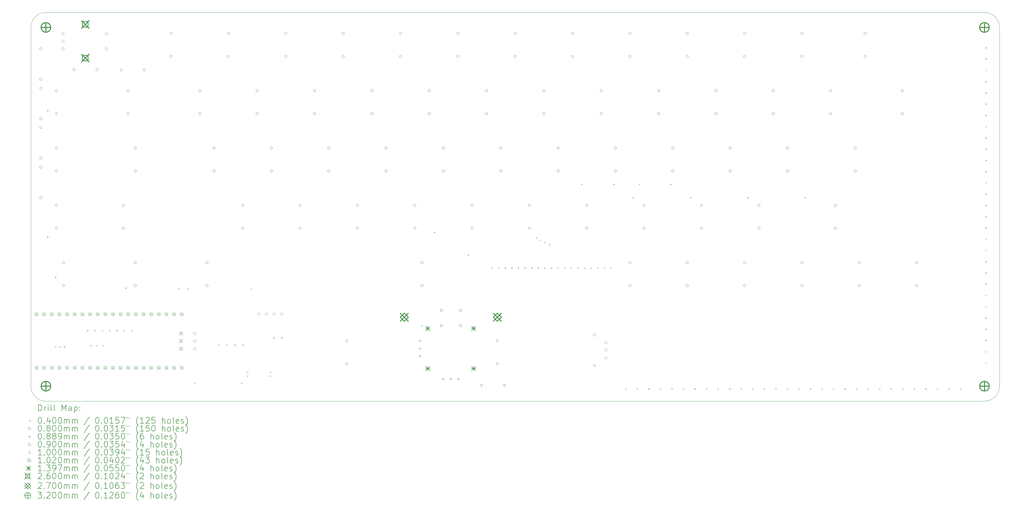
<source format=gbr>
%FSLAX45Y45*%
G04 Gerber Fmt 4.5, Leading zero omitted, Abs format (unit mm)*
G04 Created by KiCad (PCBNEW (6.0.5)) date 2022-07-01 23:11:18*
%MOMM*%
%LPD*%
G01*
G04 APERTURE LIST*
%TA.AperFunction,Profile*%
%ADD10C,0.100000*%
%TD*%
%ADD11C,0.200000*%
%ADD12C,0.040000*%
%ADD13C,0.080000*%
%ADD14C,0.088900*%
%ADD15C,0.090000*%
%ADD16C,0.100000*%
%ADD17C,0.102000*%
%ADD18C,0.139700*%
%ADD19C,0.260000*%
%ADD20C,0.270000*%
%ADD21C,0.320000*%
G04 APERTURE END LIST*
D10*
X5500000Y-8000000D02*
G75*
G03*
X5000000Y-8500000I0J-500000D01*
G01*
X5500000Y-20925000D02*
X36680000Y-20925000D01*
X36680000Y-20925000D02*
G75*
G03*
X37180000Y-20425000I0J500000D01*
G01*
X37180000Y-8500000D02*
G75*
G03*
X36680000Y-8000000I-500000J0D01*
G01*
X5000000Y-8500000D02*
X5000000Y-20425000D01*
X5000000Y-20425000D02*
G75*
G03*
X5500000Y-20925000I500000J0D01*
G01*
X5500000Y-8000000D02*
X36680000Y-8000000D01*
X37180000Y-8500000D02*
X37180000Y-20425000D01*
D11*
D12*
X5538000Y-11245000D02*
X5578000Y-11285000D01*
X5578000Y-11245000D02*
X5538000Y-11285000D01*
X5538451Y-15446549D02*
X5578451Y-15486549D01*
X5578451Y-15446549D02*
X5538451Y-15486549D01*
X5800000Y-16785000D02*
X5840000Y-16825000D01*
X5840000Y-16785000D02*
X5800000Y-16825000D01*
X5803000Y-19094000D02*
X5843000Y-19134000D01*
X5843000Y-19094000D02*
X5803000Y-19134000D01*
X5949500Y-19094000D02*
X5989500Y-19134000D01*
X5989500Y-19094000D02*
X5949500Y-19134000D01*
X6096000Y-19094000D02*
X6136000Y-19134000D01*
X6136000Y-19094000D02*
X6096000Y-19134000D01*
X6868000Y-18553000D02*
X6908000Y-18593000D01*
X6908000Y-18553000D02*
X6868000Y-18593000D01*
X6977000Y-19054000D02*
X7017000Y-19094000D01*
X7017000Y-19054000D02*
X6977000Y-19094000D01*
X7111000Y-18553000D02*
X7151000Y-18593000D01*
X7151000Y-18553000D02*
X7111000Y-18593000D01*
X7179000Y-19054000D02*
X7219000Y-19094000D01*
X7219000Y-19054000D02*
X7179000Y-19094000D01*
X7354000Y-18553000D02*
X7394000Y-18593000D01*
X7394000Y-18553000D02*
X7354000Y-18593000D01*
X7381000Y-19054000D02*
X7421000Y-19094000D01*
X7421000Y-19054000D02*
X7381000Y-19094000D01*
X7597000Y-18553000D02*
X7637000Y-18593000D01*
X7637000Y-18553000D02*
X7597000Y-18593000D01*
X7840000Y-18553000D02*
X7880000Y-18593000D01*
X7880000Y-18553000D02*
X7840000Y-18593000D01*
X8083000Y-18553000D02*
X8123000Y-18593000D01*
X8123000Y-18553000D02*
X8083000Y-18593000D01*
X8135000Y-17145000D02*
X8175000Y-17185000D01*
X8175000Y-17145000D02*
X8135000Y-17185000D01*
X8326000Y-18553000D02*
X8366000Y-18593000D01*
X8366000Y-18553000D02*
X8326000Y-18593000D01*
X9905000Y-17165000D02*
X9945000Y-17205000D01*
X9945000Y-17165000D02*
X9905000Y-17205000D01*
X10210000Y-17165000D02*
X10250000Y-17205000D01*
X10250000Y-17165000D02*
X10210000Y-17205000D01*
X10420000Y-20310000D02*
X10460000Y-20350000D01*
X10460000Y-20310000D02*
X10420000Y-20350000D01*
X11225000Y-19038000D02*
X11265000Y-19078000D01*
X11265000Y-19038000D02*
X11225000Y-19078000D01*
X11493667Y-19038000D02*
X11533667Y-19078000D01*
X11533667Y-19038000D02*
X11493667Y-19078000D01*
X11762333Y-19038000D02*
X11802333Y-19078000D01*
X11802333Y-19038000D02*
X11762333Y-19078000D01*
X11980000Y-20310000D02*
X12020000Y-20350000D01*
X12020000Y-20310000D02*
X11980000Y-20350000D01*
X12031000Y-19038000D02*
X12071000Y-19078000D01*
X12071000Y-19038000D02*
X12031000Y-19078000D01*
X12180000Y-19945000D02*
X12220000Y-19985000D01*
X12220000Y-19945000D02*
X12180000Y-19985000D01*
X12180000Y-20070000D02*
X12220000Y-20110000D01*
X12220000Y-20070000D02*
X12180000Y-20110000D01*
X12305000Y-17185000D02*
X12345000Y-17225000D01*
X12345000Y-17185000D02*
X12305000Y-17225000D01*
X12935000Y-20070000D02*
X12975000Y-20110000D01*
X12975000Y-20070000D02*
X12935000Y-20110000D01*
X12940000Y-19945000D02*
X12980000Y-19985000D01*
X12980000Y-19945000D02*
X12940000Y-19985000D01*
X13057000Y-18800000D02*
X13097000Y-18840000D01*
X13097000Y-18800000D02*
X13057000Y-18840000D01*
X13311000Y-18790000D02*
X13351000Y-18830000D01*
X13351000Y-18790000D02*
X13311000Y-18830000D01*
X17974375Y-18390625D02*
X18014375Y-18430625D01*
X18014375Y-18390625D02*
X17974375Y-18430625D01*
X18385000Y-15290000D02*
X18425000Y-15330000D01*
X18425000Y-15290000D02*
X18385000Y-15330000D01*
X19511075Y-16044500D02*
X19551075Y-16084500D01*
X19551075Y-16044500D02*
X19511075Y-16084500D01*
X20297334Y-16480000D02*
X20337334Y-16520000D01*
X20337334Y-16480000D02*
X20297334Y-16520000D01*
X20517167Y-16480000D02*
X20557167Y-16520000D01*
X20557167Y-16480000D02*
X20517167Y-16520000D01*
X20737000Y-16480000D02*
X20777000Y-16520000D01*
X20777000Y-16480000D02*
X20737000Y-16520000D01*
X20956834Y-16480000D02*
X20996834Y-16520000D01*
X20996834Y-16480000D02*
X20956834Y-16520000D01*
X21176667Y-16480000D02*
X21216667Y-16520000D01*
X21216667Y-16480000D02*
X21176667Y-16520000D01*
X21396500Y-16480000D02*
X21436500Y-16520000D01*
X21436500Y-16480000D02*
X21396500Y-16520000D01*
X21616333Y-16480000D02*
X21656333Y-16520000D01*
X21656333Y-16480000D02*
X21616333Y-16520000D01*
X21780000Y-15479853D02*
X21820000Y-15519853D01*
X21820000Y-15479853D02*
X21780000Y-15519853D01*
X21836167Y-16480000D02*
X21876167Y-16520000D01*
X21876167Y-16480000D02*
X21836167Y-16520000D01*
X21895000Y-15552303D02*
X21935000Y-15592303D01*
X21935000Y-15552303D02*
X21895000Y-15592303D01*
X22050000Y-15624753D02*
X22090000Y-15664753D01*
X22090000Y-15624753D02*
X22050000Y-15664753D01*
X22056000Y-16480000D02*
X22096000Y-16520000D01*
X22096000Y-16480000D02*
X22056000Y-16520000D01*
X22210000Y-15700000D02*
X22250000Y-15740000D01*
X22250000Y-15700000D02*
X22210000Y-15740000D01*
X22275833Y-16480000D02*
X22315833Y-16520000D01*
X22315833Y-16480000D02*
X22275833Y-16520000D01*
X22495667Y-16480000D02*
X22535667Y-16520000D01*
X22535667Y-16480000D02*
X22495667Y-16520000D01*
X22715500Y-16480000D02*
X22755500Y-16520000D01*
X22755500Y-16480000D02*
X22715500Y-16520000D01*
X22935333Y-16480000D02*
X22975333Y-16520000D01*
X22975333Y-16480000D02*
X22935333Y-16520000D01*
X23155166Y-16480000D02*
X23195166Y-16520000D01*
X23195166Y-16480000D02*
X23155166Y-16520000D01*
X23280000Y-13695000D02*
X23320000Y-13735000D01*
X23320000Y-13695000D02*
X23280000Y-13735000D01*
X23375000Y-16480000D02*
X23415000Y-16520000D01*
X23415000Y-16480000D02*
X23375000Y-16520000D01*
X23594833Y-16480000D02*
X23634833Y-16520000D01*
X23634833Y-16480000D02*
X23594833Y-16520000D01*
X23814666Y-16480000D02*
X23854666Y-16520000D01*
X23854666Y-16480000D02*
X23814666Y-16520000D01*
X24034500Y-16480000D02*
X24074500Y-16520000D01*
X24074500Y-16480000D02*
X24034500Y-16520000D01*
X24254334Y-16480000D02*
X24294334Y-16520000D01*
X24294334Y-16480000D02*
X24254334Y-16520000D01*
X24350000Y-13695000D02*
X24390000Y-13735000D01*
X24390000Y-13695000D02*
X24350000Y-13735000D01*
X24744000Y-20492000D02*
X24784000Y-20532000D01*
X24784000Y-20492000D02*
X24744000Y-20532000D01*
X24987950Y-14139500D02*
X25027950Y-14179500D01*
X25027950Y-14139500D02*
X24987950Y-14179500D01*
X25127448Y-20492000D02*
X25167448Y-20532000D01*
X25167448Y-20492000D02*
X25127448Y-20532000D01*
X25205000Y-13695000D02*
X25245000Y-13735000D01*
X25245000Y-13695000D02*
X25205000Y-13735000D01*
X25510896Y-20492000D02*
X25550896Y-20532000D01*
X25550896Y-20492000D02*
X25510896Y-20532000D01*
X25894345Y-20492000D02*
X25934345Y-20532000D01*
X25934345Y-20492000D02*
X25894345Y-20532000D01*
X26240000Y-13695000D02*
X26280000Y-13735000D01*
X26280000Y-13695000D02*
X26240000Y-13735000D01*
X26277793Y-20492000D02*
X26317793Y-20532000D01*
X26317793Y-20492000D02*
X26277793Y-20532000D01*
X26661241Y-20492000D02*
X26701241Y-20532000D01*
X26701241Y-20492000D02*
X26661241Y-20532000D01*
X26892950Y-14139500D02*
X26932950Y-14179500D01*
X26932950Y-14139500D02*
X26892950Y-14179500D01*
X27044689Y-20492000D02*
X27084689Y-20532000D01*
X27084689Y-20492000D02*
X27044689Y-20532000D01*
X27428137Y-20492000D02*
X27468137Y-20532000D01*
X27468137Y-20492000D02*
X27428137Y-20532000D01*
X27811586Y-20492000D02*
X27851586Y-20532000D01*
X27851586Y-20492000D02*
X27811586Y-20532000D01*
X28195034Y-20492000D02*
X28235034Y-20532000D01*
X28235034Y-20492000D02*
X28195034Y-20532000D01*
X28578482Y-20492000D02*
X28618482Y-20532000D01*
X28618482Y-20492000D02*
X28578482Y-20532000D01*
X28797950Y-14139500D02*
X28837950Y-14179500D01*
X28837950Y-14139500D02*
X28797950Y-14179500D01*
X28961930Y-20492000D02*
X29001930Y-20532000D01*
X29001930Y-20492000D02*
X28961930Y-20532000D01*
X29345378Y-20492000D02*
X29385378Y-20532000D01*
X29385378Y-20492000D02*
X29345378Y-20532000D01*
X29728827Y-20492000D02*
X29768827Y-20532000D01*
X29768827Y-20492000D02*
X29728827Y-20532000D01*
X30112275Y-20492000D02*
X30152275Y-20532000D01*
X30152275Y-20492000D02*
X30112275Y-20532000D01*
X30495723Y-20492000D02*
X30535723Y-20532000D01*
X30535723Y-20492000D02*
X30495723Y-20532000D01*
X30702950Y-14139500D02*
X30742950Y-14179500D01*
X30742950Y-14139500D02*
X30702950Y-14179500D01*
X30879171Y-20492000D02*
X30919171Y-20532000D01*
X30919171Y-20492000D02*
X30879171Y-20532000D01*
X31262619Y-20492000D02*
X31302619Y-20532000D01*
X31302619Y-20492000D02*
X31262619Y-20532000D01*
X31646068Y-20492000D02*
X31686068Y-20532000D01*
X31686068Y-20492000D02*
X31646068Y-20532000D01*
X32029516Y-20492000D02*
X32069516Y-20532000D01*
X32069516Y-20492000D02*
X32029516Y-20532000D01*
X32412964Y-20492000D02*
X32452964Y-20532000D01*
X32452964Y-20492000D02*
X32412964Y-20532000D01*
X32796412Y-20492000D02*
X32836412Y-20532000D01*
X32836412Y-20492000D02*
X32796412Y-20532000D01*
X33179860Y-20492000D02*
X33219860Y-20532000D01*
X33219860Y-20492000D02*
X33179860Y-20532000D01*
X33563309Y-20492000D02*
X33603309Y-20532000D01*
X33603309Y-20492000D02*
X33563309Y-20532000D01*
X33946757Y-20492000D02*
X33986757Y-20532000D01*
X33986757Y-20492000D02*
X33946757Y-20532000D01*
X34330205Y-20492000D02*
X34370205Y-20532000D01*
X34370205Y-20492000D02*
X34330205Y-20532000D01*
X34713653Y-20492000D02*
X34753653Y-20532000D01*
X34753653Y-20492000D02*
X34713653Y-20532000D01*
X35097101Y-20492000D02*
X35137101Y-20532000D01*
X35137101Y-20492000D02*
X35097101Y-20532000D01*
X35480550Y-20492000D02*
X35520550Y-20532000D01*
X35520550Y-20492000D02*
X35480550Y-20532000D01*
X35864000Y-20492000D02*
X35904000Y-20532000D01*
X35904000Y-20492000D02*
X35864000Y-20532000D01*
X36712000Y-9157430D02*
X36752000Y-9197430D01*
X36752000Y-9157430D02*
X36712000Y-9197430D01*
X36712000Y-9531609D02*
X36752000Y-9571609D01*
X36752000Y-9531609D02*
X36712000Y-9571609D01*
X36712000Y-9905787D02*
X36752000Y-9945787D01*
X36752000Y-9905787D02*
X36712000Y-9945787D01*
X36712000Y-10279966D02*
X36752000Y-10319966D01*
X36752000Y-10279966D02*
X36712000Y-10319966D01*
X36712000Y-10654144D02*
X36752000Y-10694144D01*
X36752000Y-10654144D02*
X36712000Y-10694144D01*
X36712000Y-11028323D02*
X36752000Y-11068323D01*
X36752000Y-11028323D02*
X36712000Y-11068323D01*
X36712000Y-11402501D02*
X36752000Y-11442501D01*
X36752000Y-11402501D02*
X36712000Y-11442501D01*
X36712000Y-11776679D02*
X36752000Y-11816679D01*
X36752000Y-11776679D02*
X36712000Y-11816679D01*
X36712000Y-12150858D02*
X36752000Y-12190858D01*
X36752000Y-12150858D02*
X36712000Y-12190858D01*
X36712000Y-12525036D02*
X36752000Y-12565036D01*
X36752000Y-12525036D02*
X36712000Y-12565036D01*
X36712000Y-12899215D02*
X36752000Y-12939215D01*
X36752000Y-12899215D02*
X36712000Y-12939215D01*
X36712000Y-13273393D02*
X36752000Y-13313393D01*
X36752000Y-13273393D02*
X36712000Y-13313393D01*
X36712000Y-13647572D02*
X36752000Y-13687572D01*
X36752000Y-13647572D02*
X36712000Y-13687572D01*
X36712000Y-14021750D02*
X36752000Y-14061750D01*
X36752000Y-14021750D02*
X36712000Y-14061750D01*
X36712000Y-14395929D02*
X36752000Y-14435929D01*
X36752000Y-14395929D02*
X36712000Y-14435929D01*
X36712000Y-14770107D02*
X36752000Y-14810107D01*
X36752000Y-14770107D02*
X36712000Y-14810107D01*
X36712000Y-15144286D02*
X36752000Y-15184286D01*
X36752000Y-15144286D02*
X36712000Y-15184286D01*
X36712000Y-15518464D02*
X36752000Y-15558464D01*
X36752000Y-15518464D02*
X36712000Y-15558464D01*
X36712000Y-15892643D02*
X36752000Y-15932643D01*
X36752000Y-15892643D02*
X36712000Y-15932643D01*
X36712000Y-16266821D02*
X36752000Y-16306821D01*
X36752000Y-16266821D02*
X36712000Y-16306821D01*
X36712000Y-16641000D02*
X36752000Y-16681000D01*
X36752000Y-16641000D02*
X36712000Y-16681000D01*
X36712000Y-17015179D02*
X36752000Y-17055179D01*
X36752000Y-17015179D02*
X36712000Y-17055179D01*
X36712000Y-17389357D02*
X36752000Y-17429357D01*
X36752000Y-17389357D02*
X36712000Y-17429357D01*
X36712000Y-17763536D02*
X36752000Y-17803536D01*
X36752000Y-17763536D02*
X36712000Y-17803536D01*
X36712000Y-18137714D02*
X36752000Y-18177714D01*
X36752000Y-18137714D02*
X36712000Y-18177714D01*
X36712000Y-18511893D02*
X36752000Y-18551893D01*
X36752000Y-18511893D02*
X36712000Y-18551893D01*
X36712000Y-18886071D02*
X36752000Y-18926071D01*
X36752000Y-18886071D02*
X36712000Y-18926071D01*
X36712000Y-19260250D02*
X36752000Y-19300250D01*
X36752000Y-19260250D02*
X36712000Y-19300250D01*
X36712000Y-19634430D02*
X36752000Y-19674430D01*
X36752000Y-19634430D02*
X36712000Y-19674430D01*
D13*
X5373000Y-9208000D02*
G75*
G03*
X5373000Y-9208000I-40000J0D01*
G01*
X5373000Y-10224000D02*
G75*
G03*
X5373000Y-10224000I-40000J0D01*
G01*
X5373000Y-10519000D02*
G75*
G03*
X5373000Y-10519000I-40000J0D01*
G01*
X5373000Y-11535000D02*
G75*
G03*
X5373000Y-11535000I-40000J0D01*
G01*
X5373000Y-11830000D02*
G75*
G03*
X5373000Y-11830000I-40000J0D01*
G01*
X5373000Y-12846000D02*
G75*
G03*
X5373000Y-12846000I-40000J0D01*
G01*
X5373000Y-13141000D02*
G75*
G03*
X5373000Y-13141000I-40000J0D01*
G01*
X5373000Y-14157000D02*
G75*
G03*
X5373000Y-14157000I-40000J0D01*
G01*
X5890000Y-10603500D02*
G75*
G03*
X5890000Y-10603500I-40000J0D01*
G01*
X5890000Y-11365500D02*
G75*
G03*
X5890000Y-11365500I-40000J0D01*
G01*
X5890000Y-12508500D02*
G75*
G03*
X5890000Y-12508500I-40000J0D01*
G01*
X5890000Y-13270500D02*
G75*
G03*
X5890000Y-13270500I-40000J0D01*
G01*
X5890000Y-14413500D02*
G75*
G03*
X5890000Y-14413500I-40000J0D01*
G01*
X5890000Y-15175500D02*
G75*
G03*
X5890000Y-15175500I-40000J0D01*
G01*
X6128125Y-16318500D02*
G75*
G03*
X6128125Y-16318500I-40000J0D01*
G01*
X6128125Y-17080500D02*
G75*
G03*
X6128125Y-17080500I-40000J0D01*
G01*
X6478000Y-9905000D02*
G75*
G03*
X6478000Y-9905000I-40000J0D01*
G01*
X7240000Y-9905000D02*
G75*
G03*
X7240000Y-9905000I-40000J0D01*
G01*
X8043000Y-9910000D02*
G75*
G03*
X8043000Y-9910000I-40000J0D01*
G01*
X8115000Y-14413500D02*
G75*
G03*
X8115000Y-14413500I-40000J0D01*
G01*
X8115000Y-15175500D02*
G75*
G03*
X8115000Y-15175500I-40000J0D01*
G01*
X8271250Y-10603500D02*
G75*
G03*
X8271250Y-10603500I-40000J0D01*
G01*
X8271250Y-11365500D02*
G75*
G03*
X8271250Y-11365500I-40000J0D01*
G01*
X8509375Y-12508500D02*
G75*
G03*
X8509375Y-12508500I-40000J0D01*
G01*
X8509375Y-13270500D02*
G75*
G03*
X8509375Y-13270500I-40000J0D01*
G01*
X8509375Y-16318500D02*
G75*
G03*
X8509375Y-16318500I-40000J0D01*
G01*
X8509375Y-17080500D02*
G75*
G03*
X8509375Y-17080500I-40000J0D01*
G01*
X8805000Y-9910000D02*
G75*
G03*
X8805000Y-9910000I-40000J0D01*
G01*
X9700000Y-8698500D02*
G75*
G03*
X9700000Y-8698500I-40000J0D01*
G01*
X9700000Y-9460500D02*
G75*
G03*
X9700000Y-9460500I-40000J0D01*
G01*
X10652500Y-10603500D02*
G75*
G03*
X10652500Y-10603500I-40000J0D01*
G01*
X10652500Y-11365500D02*
G75*
G03*
X10652500Y-11365500I-40000J0D01*
G01*
X10890625Y-16318500D02*
G75*
G03*
X10890625Y-16318500I-40000J0D01*
G01*
X10890625Y-17080500D02*
G75*
G03*
X10890625Y-17080500I-40000J0D01*
G01*
X11128750Y-12508500D02*
G75*
G03*
X11128750Y-12508500I-40000J0D01*
G01*
X11128750Y-13270500D02*
G75*
G03*
X11128750Y-13270500I-40000J0D01*
G01*
X11605000Y-8698500D02*
G75*
G03*
X11605000Y-8698500I-40000J0D01*
G01*
X11605000Y-9460500D02*
G75*
G03*
X11605000Y-9460500I-40000J0D01*
G01*
X12081250Y-14413500D02*
G75*
G03*
X12081250Y-14413500I-40000J0D01*
G01*
X12081250Y-15175500D02*
G75*
G03*
X12081250Y-15175500I-40000J0D01*
G01*
X12557500Y-10603500D02*
G75*
G03*
X12557500Y-10603500I-40000J0D01*
G01*
X12557500Y-11365500D02*
G75*
G03*
X12557500Y-11365500I-40000J0D01*
G01*
X13033750Y-12508500D02*
G75*
G03*
X13033750Y-12508500I-40000J0D01*
G01*
X13033750Y-13270500D02*
G75*
G03*
X13033750Y-13270500I-40000J0D01*
G01*
X13510000Y-8698500D02*
G75*
G03*
X13510000Y-8698500I-40000J0D01*
G01*
X13510000Y-9460500D02*
G75*
G03*
X13510000Y-9460500I-40000J0D01*
G01*
X13986250Y-14413500D02*
G75*
G03*
X13986250Y-14413500I-40000J0D01*
G01*
X13986250Y-15175500D02*
G75*
G03*
X13986250Y-15175500I-40000J0D01*
G01*
X14462500Y-10603500D02*
G75*
G03*
X14462500Y-10603500I-40000J0D01*
G01*
X14462500Y-11365500D02*
G75*
G03*
X14462500Y-11365500I-40000J0D01*
G01*
X14938750Y-12508500D02*
G75*
G03*
X14938750Y-12508500I-40000J0D01*
G01*
X14938750Y-13270500D02*
G75*
G03*
X14938750Y-13270500I-40000J0D01*
G01*
X15415000Y-8698500D02*
G75*
G03*
X15415000Y-8698500I-40000J0D01*
G01*
X15415000Y-9460500D02*
G75*
G03*
X15415000Y-9460500I-40000J0D01*
G01*
X15534375Y-18918500D02*
G75*
G03*
X15534375Y-18918500I-40000J0D01*
G01*
X15534375Y-19680500D02*
G75*
G03*
X15534375Y-19680500I-40000J0D01*
G01*
X15891250Y-14413500D02*
G75*
G03*
X15891250Y-14413500I-40000J0D01*
G01*
X15891250Y-15175500D02*
G75*
G03*
X15891250Y-15175500I-40000J0D01*
G01*
X16367500Y-10603500D02*
G75*
G03*
X16367500Y-10603500I-40000J0D01*
G01*
X16367500Y-11365500D02*
G75*
G03*
X16367500Y-11365500I-40000J0D01*
G01*
X16843750Y-12508500D02*
G75*
G03*
X16843750Y-12508500I-40000J0D01*
G01*
X16843750Y-13270500D02*
G75*
G03*
X16843750Y-13270500I-40000J0D01*
G01*
X17320000Y-8698500D02*
G75*
G03*
X17320000Y-8698500I-40000J0D01*
G01*
X17320000Y-9460500D02*
G75*
G03*
X17320000Y-9460500I-40000J0D01*
G01*
X17796250Y-14413500D02*
G75*
G03*
X17796250Y-14413500I-40000J0D01*
G01*
X17796250Y-15175500D02*
G75*
G03*
X17796250Y-15175500I-40000J0D01*
G01*
X18034375Y-16318500D02*
G75*
G03*
X18034375Y-16318500I-40000J0D01*
G01*
X18034375Y-17080500D02*
G75*
G03*
X18034375Y-17080500I-40000J0D01*
G01*
X18272500Y-10603500D02*
G75*
G03*
X18272500Y-10603500I-40000J0D01*
G01*
X18272500Y-11365500D02*
G75*
G03*
X18272500Y-11365500I-40000J0D01*
G01*
X18748750Y-12508500D02*
G75*
G03*
X18748750Y-12508500I-40000J0D01*
G01*
X18748750Y-13270500D02*
G75*
G03*
X18748750Y-13270500I-40000J0D01*
G01*
X19225000Y-8698500D02*
G75*
G03*
X19225000Y-8698500I-40000J0D01*
G01*
X19225000Y-9460500D02*
G75*
G03*
X19225000Y-9460500I-40000J0D01*
G01*
X19701250Y-14413500D02*
G75*
G03*
X19701250Y-14413500I-40000J0D01*
G01*
X19701250Y-15175500D02*
G75*
G03*
X19701250Y-15175500I-40000J0D01*
G01*
X20014000Y-20395000D02*
G75*
G03*
X20014000Y-20395000I-40000J0D01*
G01*
X20177500Y-10603500D02*
G75*
G03*
X20177500Y-10603500I-40000J0D01*
G01*
X20177500Y-11365500D02*
G75*
G03*
X20177500Y-11365500I-40000J0D01*
G01*
X20534375Y-18918500D02*
G75*
G03*
X20534375Y-18918500I-40000J0D01*
G01*
X20534375Y-19680500D02*
G75*
G03*
X20534375Y-19680500I-40000J0D01*
G01*
X20653750Y-12508500D02*
G75*
G03*
X20653750Y-12508500I-40000J0D01*
G01*
X20653750Y-13270500D02*
G75*
G03*
X20653750Y-13270500I-40000J0D01*
G01*
X20776000Y-20395000D02*
G75*
G03*
X20776000Y-20395000I-40000J0D01*
G01*
X21130000Y-8698500D02*
G75*
G03*
X21130000Y-8698500I-40000J0D01*
G01*
X21130000Y-9460500D02*
G75*
G03*
X21130000Y-9460500I-40000J0D01*
G01*
X21606250Y-14413500D02*
G75*
G03*
X21606250Y-14413500I-40000J0D01*
G01*
X21606250Y-15175500D02*
G75*
G03*
X21606250Y-15175500I-40000J0D01*
G01*
X22082500Y-10603500D02*
G75*
G03*
X22082500Y-10603500I-40000J0D01*
G01*
X22082500Y-11365500D02*
G75*
G03*
X22082500Y-11365500I-40000J0D01*
G01*
X22558750Y-12508500D02*
G75*
G03*
X22558750Y-12508500I-40000J0D01*
G01*
X22558750Y-13270500D02*
G75*
G03*
X22558750Y-13270500I-40000J0D01*
G01*
X23035000Y-8698500D02*
G75*
G03*
X23035000Y-8698500I-40000J0D01*
G01*
X23035000Y-9460500D02*
G75*
G03*
X23035000Y-9460500I-40000J0D01*
G01*
X23511250Y-14413500D02*
G75*
G03*
X23511250Y-14413500I-40000J0D01*
G01*
X23511250Y-15175500D02*
G75*
G03*
X23511250Y-15175500I-40000J0D01*
G01*
X23765000Y-18722000D02*
G75*
G03*
X23765000Y-18722000I-40000J0D01*
G01*
X23765000Y-19738000D02*
G75*
G03*
X23765000Y-19738000I-40000J0D01*
G01*
X23987500Y-10603500D02*
G75*
G03*
X23987500Y-10603500I-40000J0D01*
G01*
X23987500Y-11365500D02*
G75*
G03*
X23987500Y-11365500I-40000J0D01*
G01*
X24463750Y-12508500D02*
G75*
G03*
X24463750Y-12508500I-40000J0D01*
G01*
X24463750Y-13270500D02*
G75*
G03*
X24463750Y-13270500I-40000J0D01*
G01*
X24940000Y-16318500D02*
G75*
G03*
X24940000Y-16318500I-40000J0D01*
G01*
X24940000Y-17080500D02*
G75*
G03*
X24940000Y-17080500I-40000J0D01*
G01*
X24940000Y-8698500D02*
G75*
G03*
X24940000Y-8698500I-40000J0D01*
G01*
X24940000Y-9460500D02*
G75*
G03*
X24940000Y-9460500I-40000J0D01*
G01*
X25416250Y-14413500D02*
G75*
G03*
X25416250Y-14413500I-40000J0D01*
G01*
X25416250Y-15175500D02*
G75*
G03*
X25416250Y-15175500I-40000J0D01*
G01*
X25892500Y-10603500D02*
G75*
G03*
X25892500Y-10603500I-40000J0D01*
G01*
X25892500Y-11365500D02*
G75*
G03*
X25892500Y-11365500I-40000J0D01*
G01*
X26368750Y-12508500D02*
G75*
G03*
X26368750Y-12508500I-40000J0D01*
G01*
X26368750Y-13270500D02*
G75*
G03*
X26368750Y-13270500I-40000J0D01*
G01*
X26845000Y-8698500D02*
G75*
G03*
X26845000Y-8698500I-40000J0D01*
G01*
X26845000Y-9460500D02*
G75*
G03*
X26845000Y-9460500I-40000J0D01*
G01*
X26845000Y-16318500D02*
G75*
G03*
X26845000Y-16318500I-40000J0D01*
G01*
X26845000Y-17080500D02*
G75*
G03*
X26845000Y-17080500I-40000J0D01*
G01*
X27321250Y-14413500D02*
G75*
G03*
X27321250Y-14413500I-40000J0D01*
G01*
X27321250Y-15175500D02*
G75*
G03*
X27321250Y-15175500I-40000J0D01*
G01*
X27797500Y-10603500D02*
G75*
G03*
X27797500Y-10603500I-40000J0D01*
G01*
X27797500Y-11365500D02*
G75*
G03*
X27797500Y-11365500I-40000J0D01*
G01*
X28273750Y-12508500D02*
G75*
G03*
X28273750Y-12508500I-40000J0D01*
G01*
X28273750Y-13270500D02*
G75*
G03*
X28273750Y-13270500I-40000J0D01*
G01*
X28750000Y-8698500D02*
G75*
G03*
X28750000Y-8698500I-40000J0D01*
G01*
X28750000Y-9460500D02*
G75*
G03*
X28750000Y-9460500I-40000J0D01*
G01*
X28750000Y-16318500D02*
G75*
G03*
X28750000Y-16318500I-40000J0D01*
G01*
X28750000Y-17080500D02*
G75*
G03*
X28750000Y-17080500I-40000J0D01*
G01*
X29226250Y-14413500D02*
G75*
G03*
X29226250Y-14413500I-40000J0D01*
G01*
X29226250Y-15175500D02*
G75*
G03*
X29226250Y-15175500I-40000J0D01*
G01*
X29702500Y-10603500D02*
G75*
G03*
X29702500Y-10603500I-40000J0D01*
G01*
X29702500Y-11365500D02*
G75*
G03*
X29702500Y-11365500I-40000J0D01*
G01*
X30178750Y-12508500D02*
G75*
G03*
X30178750Y-12508500I-40000J0D01*
G01*
X30178750Y-13270500D02*
G75*
G03*
X30178750Y-13270500I-40000J0D01*
G01*
X30655000Y-8698500D02*
G75*
G03*
X30655000Y-8698500I-40000J0D01*
G01*
X30655000Y-9460500D02*
G75*
G03*
X30655000Y-9460500I-40000J0D01*
G01*
X30655000Y-16318500D02*
G75*
G03*
X30655000Y-16318500I-40000J0D01*
G01*
X30655000Y-17080500D02*
G75*
G03*
X30655000Y-17080500I-40000J0D01*
G01*
X31607500Y-10603500D02*
G75*
G03*
X31607500Y-10603500I-40000J0D01*
G01*
X31607500Y-11365500D02*
G75*
G03*
X31607500Y-11365500I-40000J0D01*
G01*
X31770000Y-14413500D02*
G75*
G03*
X31770000Y-14413500I-40000J0D01*
G01*
X31770000Y-15175500D02*
G75*
G03*
X31770000Y-15175500I-40000J0D01*
G01*
X32425000Y-12508500D02*
G75*
G03*
X32425000Y-12508500I-40000J0D01*
G01*
X32425000Y-13270500D02*
G75*
G03*
X32425000Y-13270500I-40000J0D01*
G01*
X32560000Y-16318500D02*
G75*
G03*
X32560000Y-16318500I-40000J0D01*
G01*
X32560000Y-17080500D02*
G75*
G03*
X32560000Y-17080500I-40000J0D01*
G01*
X32755000Y-8699000D02*
G75*
G03*
X32755000Y-8699000I-40000J0D01*
G01*
X32755000Y-9461000D02*
G75*
G03*
X32755000Y-9461000I-40000J0D01*
G01*
X33988750Y-10603500D02*
G75*
G03*
X33988750Y-10603500I-40000J0D01*
G01*
X33988750Y-11365500D02*
G75*
G03*
X33988750Y-11365500I-40000J0D01*
G01*
X34465000Y-16318500D02*
G75*
G03*
X34465000Y-16318500I-40000J0D01*
G01*
X34465000Y-17080500D02*
G75*
G03*
X34465000Y-17080500I-40000J0D01*
G01*
D14*
X17930875Y-18874050D02*
X17930875Y-18962950D01*
X17886425Y-18918500D02*
X17975325Y-18918500D01*
X17930875Y-19128050D02*
X17930875Y-19216950D01*
X17886425Y-19172500D02*
X17975325Y-19172500D01*
X17930875Y-19382050D02*
X17930875Y-19470950D01*
X17886425Y-19426500D02*
X17975325Y-19426500D01*
X18692875Y-20144050D02*
X18692875Y-20232950D01*
X18648425Y-20188500D02*
X18737325Y-20188500D01*
X18946875Y-20144050D02*
X18946875Y-20232950D01*
X18902425Y-20188500D02*
X18991325Y-20188500D01*
X19200875Y-20144050D02*
X19200875Y-20232950D01*
X19156425Y-20188500D02*
X19245325Y-20188500D01*
D15*
X18661195Y-17934320D02*
X18661195Y-17870680D01*
X18597555Y-17870680D01*
X18597555Y-17934320D01*
X18661195Y-17934320D01*
X18661195Y-18442320D02*
X18661195Y-18378680D01*
X18597555Y-18378680D01*
X18597555Y-18442320D01*
X18661195Y-18442320D01*
X19296195Y-17934320D02*
X19296195Y-17870680D01*
X19232555Y-17870680D01*
X19232555Y-17934320D01*
X19296195Y-17934320D01*
X19296195Y-18442320D02*
X19296195Y-18378680D01*
X19232555Y-18378680D01*
X19232555Y-18442320D01*
X19296195Y-18442320D01*
D16*
X6054500Y-8754500D02*
X6104500Y-8704500D01*
X6054500Y-8654500D01*
X6004500Y-8704500D01*
X6054500Y-8754500D01*
X6054500Y-9004500D02*
X6104500Y-8954500D01*
X6054500Y-8904500D01*
X6004500Y-8954500D01*
X6054500Y-9004500D01*
X6054500Y-9254500D02*
X6104500Y-9204500D01*
X6054500Y-9154500D01*
X6004500Y-9204500D01*
X6054500Y-9254500D01*
X7504500Y-8754500D02*
X7554500Y-8704500D01*
X7504500Y-8654500D01*
X7454500Y-8704500D01*
X7504500Y-8754500D01*
X7504500Y-9254500D02*
X7554500Y-9204500D01*
X7504500Y-9154500D01*
X7454500Y-9204500D01*
X7504500Y-9254500D01*
X10445000Y-18719500D02*
X10495000Y-18669500D01*
X10445000Y-18619500D01*
X10395000Y-18669500D01*
X10445000Y-18719500D01*
X10445000Y-18973500D02*
X10495000Y-18923500D01*
X10445000Y-18873500D01*
X10395000Y-18923500D01*
X10445000Y-18973500D01*
X10445000Y-19227500D02*
X10495000Y-19177500D01*
X10445000Y-19127500D01*
X10395000Y-19177500D01*
X10445000Y-19227500D01*
X12568875Y-18072500D02*
X12618875Y-18022500D01*
X12568875Y-17972500D01*
X12518875Y-18022500D01*
X12568875Y-18072500D01*
X12822875Y-18072500D02*
X12872875Y-18022500D01*
X12822875Y-17972500D01*
X12772875Y-18022500D01*
X12822875Y-18072500D01*
X13076875Y-18072500D02*
X13126875Y-18022500D01*
X13076875Y-17972500D01*
X13026875Y-18022500D01*
X13076875Y-18072500D01*
X13330875Y-18072500D02*
X13380875Y-18022500D01*
X13330875Y-17972500D01*
X13280875Y-18022500D01*
X13330875Y-18072500D01*
X24100000Y-19017000D02*
X24150000Y-18967000D01*
X24100000Y-18917000D01*
X24050000Y-18967000D01*
X24100000Y-19017000D01*
X24100000Y-19271000D02*
X24150000Y-19221000D01*
X24100000Y-19171000D01*
X24050000Y-19221000D01*
X24100000Y-19271000D01*
X24100000Y-19525000D02*
X24150000Y-19475000D01*
X24100000Y-19425000D01*
X24050000Y-19475000D01*
X24100000Y-19525000D01*
D17*
X5136000Y-17985000D02*
X5238000Y-18087000D01*
X5238000Y-17985000D02*
X5136000Y-18087000D01*
X5238000Y-18036000D02*
G75*
G03*
X5238000Y-18036000I-51000J0D01*
G01*
X5136000Y-19763000D02*
X5238000Y-19865000D01*
X5238000Y-19763000D02*
X5136000Y-19865000D01*
X5238000Y-19814000D02*
G75*
G03*
X5238000Y-19814000I-51000J0D01*
G01*
X5390000Y-17985000D02*
X5492000Y-18087000D01*
X5492000Y-17985000D02*
X5390000Y-18087000D01*
X5492000Y-18036000D02*
G75*
G03*
X5492000Y-18036000I-51000J0D01*
G01*
X5390000Y-19763000D02*
X5492000Y-19865000D01*
X5492000Y-19763000D02*
X5390000Y-19865000D01*
X5492000Y-19814000D02*
G75*
G03*
X5492000Y-19814000I-51000J0D01*
G01*
X5644000Y-17985000D02*
X5746000Y-18087000D01*
X5746000Y-17985000D02*
X5644000Y-18087000D01*
X5746000Y-18036000D02*
G75*
G03*
X5746000Y-18036000I-51000J0D01*
G01*
X5644000Y-19763000D02*
X5746000Y-19865000D01*
X5746000Y-19763000D02*
X5644000Y-19865000D01*
X5746000Y-19814000D02*
G75*
G03*
X5746000Y-19814000I-51000J0D01*
G01*
X5898000Y-17985000D02*
X6000000Y-18087000D01*
X6000000Y-17985000D02*
X5898000Y-18087000D01*
X6000000Y-18036000D02*
G75*
G03*
X6000000Y-18036000I-51000J0D01*
G01*
X5898000Y-19763000D02*
X6000000Y-19865000D01*
X6000000Y-19763000D02*
X5898000Y-19865000D01*
X6000000Y-19814000D02*
G75*
G03*
X6000000Y-19814000I-51000J0D01*
G01*
X6152000Y-17985000D02*
X6254000Y-18087000D01*
X6254000Y-17985000D02*
X6152000Y-18087000D01*
X6254000Y-18036000D02*
G75*
G03*
X6254000Y-18036000I-51000J0D01*
G01*
X6152000Y-19763000D02*
X6254000Y-19865000D01*
X6254000Y-19763000D02*
X6152000Y-19865000D01*
X6254000Y-19814000D02*
G75*
G03*
X6254000Y-19814000I-51000J0D01*
G01*
X6406000Y-17985000D02*
X6508000Y-18087000D01*
X6508000Y-17985000D02*
X6406000Y-18087000D01*
X6508000Y-18036000D02*
G75*
G03*
X6508000Y-18036000I-51000J0D01*
G01*
X6406000Y-19763000D02*
X6508000Y-19865000D01*
X6508000Y-19763000D02*
X6406000Y-19865000D01*
X6508000Y-19814000D02*
G75*
G03*
X6508000Y-19814000I-51000J0D01*
G01*
X6660000Y-17985000D02*
X6762000Y-18087000D01*
X6762000Y-17985000D02*
X6660000Y-18087000D01*
X6762000Y-18036000D02*
G75*
G03*
X6762000Y-18036000I-51000J0D01*
G01*
X6660000Y-19763000D02*
X6762000Y-19865000D01*
X6762000Y-19763000D02*
X6660000Y-19865000D01*
X6762000Y-19814000D02*
G75*
G03*
X6762000Y-19814000I-51000J0D01*
G01*
X6914000Y-17985000D02*
X7016000Y-18087000D01*
X7016000Y-17985000D02*
X6914000Y-18087000D01*
X7016000Y-18036000D02*
G75*
G03*
X7016000Y-18036000I-51000J0D01*
G01*
X6914000Y-19763000D02*
X7016000Y-19865000D01*
X7016000Y-19763000D02*
X6914000Y-19865000D01*
X7016000Y-19814000D02*
G75*
G03*
X7016000Y-19814000I-51000J0D01*
G01*
X7168000Y-17985000D02*
X7270000Y-18087000D01*
X7270000Y-17985000D02*
X7168000Y-18087000D01*
X7270000Y-18036000D02*
G75*
G03*
X7270000Y-18036000I-51000J0D01*
G01*
X7168000Y-19763000D02*
X7270000Y-19865000D01*
X7270000Y-19763000D02*
X7168000Y-19865000D01*
X7270000Y-19814000D02*
G75*
G03*
X7270000Y-19814000I-51000J0D01*
G01*
X7422000Y-17985000D02*
X7524000Y-18087000D01*
X7524000Y-17985000D02*
X7422000Y-18087000D01*
X7524000Y-18036000D02*
G75*
G03*
X7524000Y-18036000I-51000J0D01*
G01*
X7422000Y-19763000D02*
X7524000Y-19865000D01*
X7524000Y-19763000D02*
X7422000Y-19865000D01*
X7524000Y-19814000D02*
G75*
G03*
X7524000Y-19814000I-51000J0D01*
G01*
X7676000Y-17985000D02*
X7778000Y-18087000D01*
X7778000Y-17985000D02*
X7676000Y-18087000D01*
X7778000Y-18036000D02*
G75*
G03*
X7778000Y-18036000I-51000J0D01*
G01*
X7676000Y-19763000D02*
X7778000Y-19865000D01*
X7778000Y-19763000D02*
X7676000Y-19865000D01*
X7778000Y-19814000D02*
G75*
G03*
X7778000Y-19814000I-51000J0D01*
G01*
X7930000Y-17985000D02*
X8032000Y-18087000D01*
X8032000Y-17985000D02*
X7930000Y-18087000D01*
X8032000Y-18036000D02*
G75*
G03*
X8032000Y-18036000I-51000J0D01*
G01*
X7930000Y-19763000D02*
X8032000Y-19865000D01*
X8032000Y-19763000D02*
X7930000Y-19865000D01*
X8032000Y-19814000D02*
G75*
G03*
X8032000Y-19814000I-51000J0D01*
G01*
X8184000Y-17985000D02*
X8286000Y-18087000D01*
X8286000Y-17985000D02*
X8184000Y-18087000D01*
X8286000Y-18036000D02*
G75*
G03*
X8286000Y-18036000I-51000J0D01*
G01*
X8184000Y-19763000D02*
X8286000Y-19865000D01*
X8286000Y-19763000D02*
X8184000Y-19865000D01*
X8286000Y-19814000D02*
G75*
G03*
X8286000Y-19814000I-51000J0D01*
G01*
X8438000Y-17985000D02*
X8540000Y-18087000D01*
X8540000Y-17985000D02*
X8438000Y-18087000D01*
X8540000Y-18036000D02*
G75*
G03*
X8540000Y-18036000I-51000J0D01*
G01*
X8438000Y-19763000D02*
X8540000Y-19865000D01*
X8540000Y-19763000D02*
X8438000Y-19865000D01*
X8540000Y-19814000D02*
G75*
G03*
X8540000Y-19814000I-51000J0D01*
G01*
X8692000Y-17985000D02*
X8794000Y-18087000D01*
X8794000Y-17985000D02*
X8692000Y-18087000D01*
X8794000Y-18036000D02*
G75*
G03*
X8794000Y-18036000I-51000J0D01*
G01*
X8692000Y-19763000D02*
X8794000Y-19865000D01*
X8794000Y-19763000D02*
X8692000Y-19865000D01*
X8794000Y-19814000D02*
G75*
G03*
X8794000Y-19814000I-51000J0D01*
G01*
X8946000Y-17985000D02*
X9048000Y-18087000D01*
X9048000Y-17985000D02*
X8946000Y-18087000D01*
X9048000Y-18036000D02*
G75*
G03*
X9048000Y-18036000I-51000J0D01*
G01*
X8946000Y-19763000D02*
X9048000Y-19865000D01*
X9048000Y-19763000D02*
X8946000Y-19865000D01*
X9048000Y-19814000D02*
G75*
G03*
X9048000Y-19814000I-51000J0D01*
G01*
X9200000Y-17985000D02*
X9302000Y-18087000D01*
X9302000Y-17985000D02*
X9200000Y-18087000D01*
X9302000Y-18036000D02*
G75*
G03*
X9302000Y-18036000I-51000J0D01*
G01*
X9200000Y-19763000D02*
X9302000Y-19865000D01*
X9302000Y-19763000D02*
X9200000Y-19865000D01*
X9302000Y-19814000D02*
G75*
G03*
X9302000Y-19814000I-51000J0D01*
G01*
X9454000Y-17985000D02*
X9556000Y-18087000D01*
X9556000Y-17985000D02*
X9454000Y-18087000D01*
X9556000Y-18036000D02*
G75*
G03*
X9556000Y-18036000I-51000J0D01*
G01*
X9454000Y-19763000D02*
X9556000Y-19865000D01*
X9556000Y-19763000D02*
X9454000Y-19865000D01*
X9556000Y-19814000D02*
G75*
G03*
X9556000Y-19814000I-51000J0D01*
G01*
X9708000Y-17985000D02*
X9810000Y-18087000D01*
X9810000Y-17985000D02*
X9708000Y-18087000D01*
X9810000Y-18036000D02*
G75*
G03*
X9810000Y-18036000I-51000J0D01*
G01*
X9708000Y-19763000D02*
X9810000Y-19865000D01*
X9810000Y-19763000D02*
X9708000Y-19865000D01*
X9810000Y-19814000D02*
G75*
G03*
X9810000Y-19814000I-51000J0D01*
G01*
X9939000Y-18620000D02*
X10041000Y-18722000D01*
X10041000Y-18620000D02*
X9939000Y-18722000D01*
X10041000Y-18671000D02*
G75*
G03*
X10041000Y-18671000I-51000J0D01*
G01*
X9939000Y-18874000D02*
X10041000Y-18976000D01*
X10041000Y-18874000D02*
X9939000Y-18976000D01*
X10041000Y-18925000D02*
G75*
G03*
X10041000Y-18925000I-51000J0D01*
G01*
X9939000Y-19128000D02*
X10041000Y-19230000D01*
X10041000Y-19128000D02*
X9939000Y-19230000D01*
X10041000Y-19179000D02*
G75*
G03*
X10041000Y-19179000I-51000J0D01*
G01*
X9962000Y-17985000D02*
X10064000Y-18087000D01*
X10064000Y-17985000D02*
X9962000Y-18087000D01*
X10064000Y-18036000D02*
G75*
G03*
X10064000Y-18036000I-51000J0D01*
G01*
X9962000Y-19763000D02*
X10064000Y-19865000D01*
X10064000Y-19763000D02*
X9962000Y-19865000D01*
X10064000Y-19814000D02*
G75*
G03*
X10064000Y-19814000I-51000J0D01*
G01*
D18*
X18115025Y-18435900D02*
X18254725Y-18575600D01*
X18254725Y-18435900D02*
X18115025Y-18575600D01*
X18184875Y-18435900D02*
X18184875Y-18575600D01*
X18115025Y-18505750D02*
X18254725Y-18505750D01*
X18115025Y-19769400D02*
X18254725Y-19909100D01*
X18254725Y-19769400D02*
X18115025Y-19909100D01*
X18184875Y-19769400D02*
X18184875Y-19909100D01*
X18115025Y-19839250D02*
X18254725Y-19839250D01*
X19639025Y-18435900D02*
X19778725Y-18575600D01*
X19778725Y-18435900D02*
X19639025Y-18575600D01*
X19708875Y-18435900D02*
X19708875Y-18575600D01*
X19639025Y-18505750D02*
X19778725Y-18505750D01*
X19639025Y-19769400D02*
X19778725Y-19909100D01*
X19778725Y-19769400D02*
X19639025Y-19909100D01*
X19708875Y-19769400D02*
X19708875Y-19909100D01*
X19639025Y-19839250D02*
X19778725Y-19839250D01*
D19*
X6674500Y-8264500D02*
X6934500Y-8524500D01*
X6934500Y-8264500D02*
X6674500Y-8524500D01*
X6896425Y-8486425D02*
X6896425Y-8302575D01*
X6712575Y-8302575D01*
X6712575Y-8486425D01*
X6896425Y-8486425D01*
X6674500Y-9384500D02*
X6934500Y-9644500D01*
X6934500Y-9384500D02*
X6674500Y-9644500D01*
X6896425Y-9606425D02*
X6896425Y-9422575D01*
X6712575Y-9422575D01*
X6712575Y-9606425D01*
X6896425Y-9606425D01*
D20*
X17265000Y-17995000D02*
X17535000Y-18265000D01*
X17535000Y-17995000D02*
X17265000Y-18265000D01*
X17400000Y-18265000D02*
X17535000Y-18130000D01*
X17400000Y-17995000D01*
X17265000Y-18130000D01*
X17400000Y-18265000D01*
X20360000Y-17995000D02*
X20630000Y-18265000D01*
X20630000Y-17995000D02*
X20360000Y-18265000D01*
X20495000Y-18265000D02*
X20630000Y-18130000D01*
X20495000Y-17995000D01*
X20360000Y-18130000D01*
X20495000Y-18265000D01*
D21*
X5500000Y-8340000D02*
X5500000Y-8660000D01*
X5340000Y-8500000D02*
X5660000Y-8500000D01*
X5660000Y-8500000D02*
G75*
G03*
X5660000Y-8500000I-160000J0D01*
G01*
X5500000Y-20265000D02*
X5500000Y-20585000D01*
X5340000Y-20425000D02*
X5660000Y-20425000D01*
X5660000Y-20425000D02*
G75*
G03*
X5660000Y-20425000I-160000J0D01*
G01*
X36680000Y-8340000D02*
X36680000Y-8660000D01*
X36520000Y-8500000D02*
X36840000Y-8500000D01*
X36840000Y-8500000D02*
G75*
G03*
X36840000Y-8500000I-160000J0D01*
G01*
X36680000Y-20265000D02*
X36680000Y-20585000D01*
X36520000Y-20425000D02*
X36840000Y-20425000D01*
X36840000Y-20425000D02*
G75*
G03*
X36840000Y-20425000I-160000J0D01*
G01*
D11*
X5252619Y-21240476D02*
X5252619Y-21040476D01*
X5300238Y-21040476D01*
X5328810Y-21050000D01*
X5347857Y-21069048D01*
X5357381Y-21088095D01*
X5366905Y-21126190D01*
X5366905Y-21154762D01*
X5357381Y-21192857D01*
X5347857Y-21211905D01*
X5328810Y-21230952D01*
X5300238Y-21240476D01*
X5252619Y-21240476D01*
X5452619Y-21240476D02*
X5452619Y-21107143D01*
X5452619Y-21145238D02*
X5462143Y-21126190D01*
X5471667Y-21116667D01*
X5490714Y-21107143D01*
X5509762Y-21107143D01*
X5576429Y-21240476D02*
X5576429Y-21107143D01*
X5576429Y-21040476D02*
X5566905Y-21050000D01*
X5576429Y-21059524D01*
X5585952Y-21050000D01*
X5576429Y-21040476D01*
X5576429Y-21059524D01*
X5700238Y-21240476D02*
X5681190Y-21230952D01*
X5671667Y-21211905D01*
X5671667Y-21040476D01*
X5805000Y-21240476D02*
X5785952Y-21230952D01*
X5776428Y-21211905D01*
X5776428Y-21040476D01*
X6033571Y-21240476D02*
X6033571Y-21040476D01*
X6100238Y-21183333D01*
X6166905Y-21040476D01*
X6166905Y-21240476D01*
X6347857Y-21240476D02*
X6347857Y-21135714D01*
X6338333Y-21116667D01*
X6319286Y-21107143D01*
X6281190Y-21107143D01*
X6262143Y-21116667D01*
X6347857Y-21230952D02*
X6328809Y-21240476D01*
X6281190Y-21240476D01*
X6262143Y-21230952D01*
X6252619Y-21211905D01*
X6252619Y-21192857D01*
X6262143Y-21173810D01*
X6281190Y-21164286D01*
X6328809Y-21164286D01*
X6347857Y-21154762D01*
X6443095Y-21107143D02*
X6443095Y-21307143D01*
X6443095Y-21116667D02*
X6462143Y-21107143D01*
X6500238Y-21107143D01*
X6519286Y-21116667D01*
X6528809Y-21126190D01*
X6538333Y-21145238D01*
X6538333Y-21202381D01*
X6528809Y-21221429D01*
X6519286Y-21230952D01*
X6500238Y-21240476D01*
X6462143Y-21240476D01*
X6443095Y-21230952D01*
X6624048Y-21221429D02*
X6633571Y-21230952D01*
X6624048Y-21240476D01*
X6614524Y-21230952D01*
X6624048Y-21221429D01*
X6624048Y-21240476D01*
X6624048Y-21116667D02*
X6633571Y-21126190D01*
X6624048Y-21135714D01*
X6614524Y-21126190D01*
X6624048Y-21116667D01*
X6624048Y-21135714D01*
D12*
X4955000Y-21550000D02*
X4995000Y-21590000D01*
X4995000Y-21550000D02*
X4955000Y-21590000D01*
D11*
X5290714Y-21460476D02*
X5309762Y-21460476D01*
X5328810Y-21470000D01*
X5338333Y-21479524D01*
X5347857Y-21498571D01*
X5357381Y-21536667D01*
X5357381Y-21584286D01*
X5347857Y-21622381D01*
X5338333Y-21641429D01*
X5328810Y-21650952D01*
X5309762Y-21660476D01*
X5290714Y-21660476D01*
X5271667Y-21650952D01*
X5262143Y-21641429D01*
X5252619Y-21622381D01*
X5243095Y-21584286D01*
X5243095Y-21536667D01*
X5252619Y-21498571D01*
X5262143Y-21479524D01*
X5271667Y-21470000D01*
X5290714Y-21460476D01*
X5443095Y-21641429D02*
X5452619Y-21650952D01*
X5443095Y-21660476D01*
X5433571Y-21650952D01*
X5443095Y-21641429D01*
X5443095Y-21660476D01*
X5624048Y-21527143D02*
X5624048Y-21660476D01*
X5576429Y-21450952D02*
X5528810Y-21593810D01*
X5652619Y-21593810D01*
X5766905Y-21460476D02*
X5785952Y-21460476D01*
X5805000Y-21470000D01*
X5814524Y-21479524D01*
X5824048Y-21498571D01*
X5833571Y-21536667D01*
X5833571Y-21584286D01*
X5824048Y-21622381D01*
X5814524Y-21641429D01*
X5805000Y-21650952D01*
X5785952Y-21660476D01*
X5766905Y-21660476D01*
X5747857Y-21650952D01*
X5738333Y-21641429D01*
X5728809Y-21622381D01*
X5719286Y-21584286D01*
X5719286Y-21536667D01*
X5728809Y-21498571D01*
X5738333Y-21479524D01*
X5747857Y-21470000D01*
X5766905Y-21460476D01*
X5957381Y-21460476D02*
X5976428Y-21460476D01*
X5995476Y-21470000D01*
X6005000Y-21479524D01*
X6014524Y-21498571D01*
X6024048Y-21536667D01*
X6024048Y-21584286D01*
X6014524Y-21622381D01*
X6005000Y-21641429D01*
X5995476Y-21650952D01*
X5976428Y-21660476D01*
X5957381Y-21660476D01*
X5938333Y-21650952D01*
X5928809Y-21641429D01*
X5919286Y-21622381D01*
X5909762Y-21584286D01*
X5909762Y-21536667D01*
X5919286Y-21498571D01*
X5928809Y-21479524D01*
X5938333Y-21470000D01*
X5957381Y-21460476D01*
X6109762Y-21660476D02*
X6109762Y-21527143D01*
X6109762Y-21546190D02*
X6119286Y-21536667D01*
X6138333Y-21527143D01*
X6166905Y-21527143D01*
X6185952Y-21536667D01*
X6195476Y-21555714D01*
X6195476Y-21660476D01*
X6195476Y-21555714D02*
X6205000Y-21536667D01*
X6224048Y-21527143D01*
X6252619Y-21527143D01*
X6271667Y-21536667D01*
X6281190Y-21555714D01*
X6281190Y-21660476D01*
X6376428Y-21660476D02*
X6376428Y-21527143D01*
X6376428Y-21546190D02*
X6385952Y-21536667D01*
X6405000Y-21527143D01*
X6433571Y-21527143D01*
X6452619Y-21536667D01*
X6462143Y-21555714D01*
X6462143Y-21660476D01*
X6462143Y-21555714D02*
X6471667Y-21536667D01*
X6490714Y-21527143D01*
X6519286Y-21527143D01*
X6538333Y-21536667D01*
X6547857Y-21555714D01*
X6547857Y-21660476D01*
X6938333Y-21450952D02*
X6766905Y-21708095D01*
X7195476Y-21460476D02*
X7214524Y-21460476D01*
X7233571Y-21470000D01*
X7243095Y-21479524D01*
X7252619Y-21498571D01*
X7262143Y-21536667D01*
X7262143Y-21584286D01*
X7252619Y-21622381D01*
X7243095Y-21641429D01*
X7233571Y-21650952D01*
X7214524Y-21660476D01*
X7195476Y-21660476D01*
X7176428Y-21650952D01*
X7166905Y-21641429D01*
X7157381Y-21622381D01*
X7147857Y-21584286D01*
X7147857Y-21536667D01*
X7157381Y-21498571D01*
X7166905Y-21479524D01*
X7176428Y-21470000D01*
X7195476Y-21460476D01*
X7347857Y-21641429D02*
X7357381Y-21650952D01*
X7347857Y-21660476D01*
X7338333Y-21650952D01*
X7347857Y-21641429D01*
X7347857Y-21660476D01*
X7481190Y-21460476D02*
X7500238Y-21460476D01*
X7519286Y-21470000D01*
X7528809Y-21479524D01*
X7538333Y-21498571D01*
X7547857Y-21536667D01*
X7547857Y-21584286D01*
X7538333Y-21622381D01*
X7528809Y-21641429D01*
X7519286Y-21650952D01*
X7500238Y-21660476D01*
X7481190Y-21660476D01*
X7462143Y-21650952D01*
X7452619Y-21641429D01*
X7443095Y-21622381D01*
X7433571Y-21584286D01*
X7433571Y-21536667D01*
X7443095Y-21498571D01*
X7452619Y-21479524D01*
X7462143Y-21470000D01*
X7481190Y-21460476D01*
X7738333Y-21660476D02*
X7624048Y-21660476D01*
X7681190Y-21660476D02*
X7681190Y-21460476D01*
X7662143Y-21489048D01*
X7643095Y-21508095D01*
X7624048Y-21517619D01*
X7919286Y-21460476D02*
X7824048Y-21460476D01*
X7814524Y-21555714D01*
X7824048Y-21546190D01*
X7843095Y-21536667D01*
X7890714Y-21536667D01*
X7909762Y-21546190D01*
X7919286Y-21555714D01*
X7928809Y-21574762D01*
X7928809Y-21622381D01*
X7919286Y-21641429D01*
X7909762Y-21650952D01*
X7890714Y-21660476D01*
X7843095Y-21660476D01*
X7824048Y-21650952D01*
X7814524Y-21641429D01*
X7995476Y-21460476D02*
X8128809Y-21460476D01*
X8043095Y-21660476D01*
X8195476Y-21460476D02*
X8195476Y-21498571D01*
X8271667Y-21460476D02*
X8271667Y-21498571D01*
X8566905Y-21736667D02*
X8557381Y-21727143D01*
X8538333Y-21698571D01*
X8528810Y-21679524D01*
X8519286Y-21650952D01*
X8509762Y-21603333D01*
X8509762Y-21565238D01*
X8519286Y-21517619D01*
X8528810Y-21489048D01*
X8538333Y-21470000D01*
X8557381Y-21441429D01*
X8566905Y-21431905D01*
X8747857Y-21660476D02*
X8633571Y-21660476D01*
X8690714Y-21660476D02*
X8690714Y-21460476D01*
X8671667Y-21489048D01*
X8652619Y-21508095D01*
X8633571Y-21517619D01*
X8824048Y-21479524D02*
X8833571Y-21470000D01*
X8852619Y-21460476D01*
X8900238Y-21460476D01*
X8919286Y-21470000D01*
X8928810Y-21479524D01*
X8938333Y-21498571D01*
X8938333Y-21517619D01*
X8928810Y-21546190D01*
X8814524Y-21660476D01*
X8938333Y-21660476D01*
X9119286Y-21460476D02*
X9024048Y-21460476D01*
X9014524Y-21555714D01*
X9024048Y-21546190D01*
X9043095Y-21536667D01*
X9090714Y-21536667D01*
X9109762Y-21546190D01*
X9119286Y-21555714D01*
X9128810Y-21574762D01*
X9128810Y-21622381D01*
X9119286Y-21641429D01*
X9109762Y-21650952D01*
X9090714Y-21660476D01*
X9043095Y-21660476D01*
X9024048Y-21650952D01*
X9014524Y-21641429D01*
X9366905Y-21660476D02*
X9366905Y-21460476D01*
X9452619Y-21660476D02*
X9452619Y-21555714D01*
X9443095Y-21536667D01*
X9424048Y-21527143D01*
X9395476Y-21527143D01*
X9376429Y-21536667D01*
X9366905Y-21546190D01*
X9576429Y-21660476D02*
X9557381Y-21650952D01*
X9547857Y-21641429D01*
X9538333Y-21622381D01*
X9538333Y-21565238D01*
X9547857Y-21546190D01*
X9557381Y-21536667D01*
X9576429Y-21527143D01*
X9605000Y-21527143D01*
X9624048Y-21536667D01*
X9633571Y-21546190D01*
X9643095Y-21565238D01*
X9643095Y-21622381D01*
X9633571Y-21641429D01*
X9624048Y-21650952D01*
X9605000Y-21660476D01*
X9576429Y-21660476D01*
X9757381Y-21660476D02*
X9738333Y-21650952D01*
X9728810Y-21631905D01*
X9728810Y-21460476D01*
X9909762Y-21650952D02*
X9890714Y-21660476D01*
X9852619Y-21660476D01*
X9833571Y-21650952D01*
X9824048Y-21631905D01*
X9824048Y-21555714D01*
X9833571Y-21536667D01*
X9852619Y-21527143D01*
X9890714Y-21527143D01*
X9909762Y-21536667D01*
X9919286Y-21555714D01*
X9919286Y-21574762D01*
X9824048Y-21593810D01*
X9995476Y-21650952D02*
X10014524Y-21660476D01*
X10052619Y-21660476D01*
X10071667Y-21650952D01*
X10081190Y-21631905D01*
X10081190Y-21622381D01*
X10071667Y-21603333D01*
X10052619Y-21593810D01*
X10024048Y-21593810D01*
X10005000Y-21584286D01*
X9995476Y-21565238D01*
X9995476Y-21555714D01*
X10005000Y-21536667D01*
X10024048Y-21527143D01*
X10052619Y-21527143D01*
X10071667Y-21536667D01*
X10147857Y-21736667D02*
X10157381Y-21727143D01*
X10176429Y-21698571D01*
X10185952Y-21679524D01*
X10195476Y-21650952D01*
X10205000Y-21603333D01*
X10205000Y-21565238D01*
X10195476Y-21517619D01*
X10185952Y-21489048D01*
X10176429Y-21470000D01*
X10157381Y-21441429D01*
X10147857Y-21431905D01*
D13*
X4995000Y-21834000D02*
G75*
G03*
X4995000Y-21834000I-40000J0D01*
G01*
D11*
X5290714Y-21724476D02*
X5309762Y-21724476D01*
X5328810Y-21734000D01*
X5338333Y-21743524D01*
X5347857Y-21762571D01*
X5357381Y-21800667D01*
X5357381Y-21848286D01*
X5347857Y-21886381D01*
X5338333Y-21905429D01*
X5328810Y-21914952D01*
X5309762Y-21924476D01*
X5290714Y-21924476D01*
X5271667Y-21914952D01*
X5262143Y-21905429D01*
X5252619Y-21886381D01*
X5243095Y-21848286D01*
X5243095Y-21800667D01*
X5252619Y-21762571D01*
X5262143Y-21743524D01*
X5271667Y-21734000D01*
X5290714Y-21724476D01*
X5443095Y-21905429D02*
X5452619Y-21914952D01*
X5443095Y-21924476D01*
X5433571Y-21914952D01*
X5443095Y-21905429D01*
X5443095Y-21924476D01*
X5566905Y-21810190D02*
X5547857Y-21800667D01*
X5538333Y-21791143D01*
X5528810Y-21772095D01*
X5528810Y-21762571D01*
X5538333Y-21743524D01*
X5547857Y-21734000D01*
X5566905Y-21724476D01*
X5605000Y-21724476D01*
X5624048Y-21734000D01*
X5633571Y-21743524D01*
X5643095Y-21762571D01*
X5643095Y-21772095D01*
X5633571Y-21791143D01*
X5624048Y-21800667D01*
X5605000Y-21810190D01*
X5566905Y-21810190D01*
X5547857Y-21819714D01*
X5538333Y-21829238D01*
X5528810Y-21848286D01*
X5528810Y-21886381D01*
X5538333Y-21905429D01*
X5547857Y-21914952D01*
X5566905Y-21924476D01*
X5605000Y-21924476D01*
X5624048Y-21914952D01*
X5633571Y-21905429D01*
X5643095Y-21886381D01*
X5643095Y-21848286D01*
X5633571Y-21829238D01*
X5624048Y-21819714D01*
X5605000Y-21810190D01*
X5766905Y-21724476D02*
X5785952Y-21724476D01*
X5805000Y-21734000D01*
X5814524Y-21743524D01*
X5824048Y-21762571D01*
X5833571Y-21800667D01*
X5833571Y-21848286D01*
X5824048Y-21886381D01*
X5814524Y-21905429D01*
X5805000Y-21914952D01*
X5785952Y-21924476D01*
X5766905Y-21924476D01*
X5747857Y-21914952D01*
X5738333Y-21905429D01*
X5728809Y-21886381D01*
X5719286Y-21848286D01*
X5719286Y-21800667D01*
X5728809Y-21762571D01*
X5738333Y-21743524D01*
X5747857Y-21734000D01*
X5766905Y-21724476D01*
X5957381Y-21724476D02*
X5976428Y-21724476D01*
X5995476Y-21734000D01*
X6005000Y-21743524D01*
X6014524Y-21762571D01*
X6024048Y-21800667D01*
X6024048Y-21848286D01*
X6014524Y-21886381D01*
X6005000Y-21905429D01*
X5995476Y-21914952D01*
X5976428Y-21924476D01*
X5957381Y-21924476D01*
X5938333Y-21914952D01*
X5928809Y-21905429D01*
X5919286Y-21886381D01*
X5909762Y-21848286D01*
X5909762Y-21800667D01*
X5919286Y-21762571D01*
X5928809Y-21743524D01*
X5938333Y-21734000D01*
X5957381Y-21724476D01*
X6109762Y-21924476D02*
X6109762Y-21791143D01*
X6109762Y-21810190D02*
X6119286Y-21800667D01*
X6138333Y-21791143D01*
X6166905Y-21791143D01*
X6185952Y-21800667D01*
X6195476Y-21819714D01*
X6195476Y-21924476D01*
X6195476Y-21819714D02*
X6205000Y-21800667D01*
X6224048Y-21791143D01*
X6252619Y-21791143D01*
X6271667Y-21800667D01*
X6281190Y-21819714D01*
X6281190Y-21924476D01*
X6376428Y-21924476D02*
X6376428Y-21791143D01*
X6376428Y-21810190D02*
X6385952Y-21800667D01*
X6405000Y-21791143D01*
X6433571Y-21791143D01*
X6452619Y-21800667D01*
X6462143Y-21819714D01*
X6462143Y-21924476D01*
X6462143Y-21819714D02*
X6471667Y-21800667D01*
X6490714Y-21791143D01*
X6519286Y-21791143D01*
X6538333Y-21800667D01*
X6547857Y-21819714D01*
X6547857Y-21924476D01*
X6938333Y-21714952D02*
X6766905Y-21972095D01*
X7195476Y-21724476D02*
X7214524Y-21724476D01*
X7233571Y-21734000D01*
X7243095Y-21743524D01*
X7252619Y-21762571D01*
X7262143Y-21800667D01*
X7262143Y-21848286D01*
X7252619Y-21886381D01*
X7243095Y-21905429D01*
X7233571Y-21914952D01*
X7214524Y-21924476D01*
X7195476Y-21924476D01*
X7176428Y-21914952D01*
X7166905Y-21905429D01*
X7157381Y-21886381D01*
X7147857Y-21848286D01*
X7147857Y-21800667D01*
X7157381Y-21762571D01*
X7166905Y-21743524D01*
X7176428Y-21734000D01*
X7195476Y-21724476D01*
X7347857Y-21905429D02*
X7357381Y-21914952D01*
X7347857Y-21924476D01*
X7338333Y-21914952D01*
X7347857Y-21905429D01*
X7347857Y-21924476D01*
X7481190Y-21724476D02*
X7500238Y-21724476D01*
X7519286Y-21734000D01*
X7528809Y-21743524D01*
X7538333Y-21762571D01*
X7547857Y-21800667D01*
X7547857Y-21848286D01*
X7538333Y-21886381D01*
X7528809Y-21905429D01*
X7519286Y-21914952D01*
X7500238Y-21924476D01*
X7481190Y-21924476D01*
X7462143Y-21914952D01*
X7452619Y-21905429D01*
X7443095Y-21886381D01*
X7433571Y-21848286D01*
X7433571Y-21800667D01*
X7443095Y-21762571D01*
X7452619Y-21743524D01*
X7462143Y-21734000D01*
X7481190Y-21724476D01*
X7614524Y-21724476D02*
X7738333Y-21724476D01*
X7671667Y-21800667D01*
X7700238Y-21800667D01*
X7719286Y-21810190D01*
X7728809Y-21819714D01*
X7738333Y-21838762D01*
X7738333Y-21886381D01*
X7728809Y-21905429D01*
X7719286Y-21914952D01*
X7700238Y-21924476D01*
X7643095Y-21924476D01*
X7624048Y-21914952D01*
X7614524Y-21905429D01*
X7928809Y-21924476D02*
X7814524Y-21924476D01*
X7871667Y-21924476D02*
X7871667Y-21724476D01*
X7852619Y-21753048D01*
X7833571Y-21772095D01*
X7814524Y-21781619D01*
X8109762Y-21724476D02*
X8014524Y-21724476D01*
X8005000Y-21819714D01*
X8014524Y-21810190D01*
X8033571Y-21800667D01*
X8081190Y-21800667D01*
X8100238Y-21810190D01*
X8109762Y-21819714D01*
X8119286Y-21838762D01*
X8119286Y-21886381D01*
X8109762Y-21905429D01*
X8100238Y-21914952D01*
X8081190Y-21924476D01*
X8033571Y-21924476D01*
X8014524Y-21914952D01*
X8005000Y-21905429D01*
X8195476Y-21724476D02*
X8195476Y-21762571D01*
X8271667Y-21724476D02*
X8271667Y-21762571D01*
X8566905Y-22000667D02*
X8557381Y-21991143D01*
X8538333Y-21962571D01*
X8528810Y-21943524D01*
X8519286Y-21914952D01*
X8509762Y-21867333D01*
X8509762Y-21829238D01*
X8519286Y-21781619D01*
X8528810Y-21753048D01*
X8538333Y-21734000D01*
X8557381Y-21705429D01*
X8566905Y-21695905D01*
X8747857Y-21924476D02*
X8633571Y-21924476D01*
X8690714Y-21924476D02*
X8690714Y-21724476D01*
X8671667Y-21753048D01*
X8652619Y-21772095D01*
X8633571Y-21781619D01*
X8928810Y-21724476D02*
X8833571Y-21724476D01*
X8824048Y-21819714D01*
X8833571Y-21810190D01*
X8852619Y-21800667D01*
X8900238Y-21800667D01*
X8919286Y-21810190D01*
X8928810Y-21819714D01*
X8938333Y-21838762D01*
X8938333Y-21886381D01*
X8928810Y-21905429D01*
X8919286Y-21914952D01*
X8900238Y-21924476D01*
X8852619Y-21924476D01*
X8833571Y-21914952D01*
X8824048Y-21905429D01*
X9062143Y-21724476D02*
X9081190Y-21724476D01*
X9100238Y-21734000D01*
X9109762Y-21743524D01*
X9119286Y-21762571D01*
X9128810Y-21800667D01*
X9128810Y-21848286D01*
X9119286Y-21886381D01*
X9109762Y-21905429D01*
X9100238Y-21914952D01*
X9081190Y-21924476D01*
X9062143Y-21924476D01*
X9043095Y-21914952D01*
X9033571Y-21905429D01*
X9024048Y-21886381D01*
X9014524Y-21848286D01*
X9014524Y-21800667D01*
X9024048Y-21762571D01*
X9033571Y-21743524D01*
X9043095Y-21734000D01*
X9062143Y-21724476D01*
X9366905Y-21924476D02*
X9366905Y-21724476D01*
X9452619Y-21924476D02*
X9452619Y-21819714D01*
X9443095Y-21800667D01*
X9424048Y-21791143D01*
X9395476Y-21791143D01*
X9376429Y-21800667D01*
X9366905Y-21810190D01*
X9576429Y-21924476D02*
X9557381Y-21914952D01*
X9547857Y-21905429D01*
X9538333Y-21886381D01*
X9538333Y-21829238D01*
X9547857Y-21810190D01*
X9557381Y-21800667D01*
X9576429Y-21791143D01*
X9605000Y-21791143D01*
X9624048Y-21800667D01*
X9633571Y-21810190D01*
X9643095Y-21829238D01*
X9643095Y-21886381D01*
X9633571Y-21905429D01*
X9624048Y-21914952D01*
X9605000Y-21924476D01*
X9576429Y-21924476D01*
X9757381Y-21924476D02*
X9738333Y-21914952D01*
X9728810Y-21895905D01*
X9728810Y-21724476D01*
X9909762Y-21914952D02*
X9890714Y-21924476D01*
X9852619Y-21924476D01*
X9833571Y-21914952D01*
X9824048Y-21895905D01*
X9824048Y-21819714D01*
X9833571Y-21800667D01*
X9852619Y-21791143D01*
X9890714Y-21791143D01*
X9909762Y-21800667D01*
X9919286Y-21819714D01*
X9919286Y-21838762D01*
X9824048Y-21857810D01*
X9995476Y-21914952D02*
X10014524Y-21924476D01*
X10052619Y-21924476D01*
X10071667Y-21914952D01*
X10081190Y-21895905D01*
X10081190Y-21886381D01*
X10071667Y-21867333D01*
X10052619Y-21857810D01*
X10024048Y-21857810D01*
X10005000Y-21848286D01*
X9995476Y-21829238D01*
X9995476Y-21819714D01*
X10005000Y-21800667D01*
X10024048Y-21791143D01*
X10052619Y-21791143D01*
X10071667Y-21800667D01*
X10147857Y-22000667D02*
X10157381Y-21991143D01*
X10176429Y-21962571D01*
X10185952Y-21943524D01*
X10195476Y-21914952D01*
X10205000Y-21867333D01*
X10205000Y-21829238D01*
X10195476Y-21781619D01*
X10185952Y-21753048D01*
X10176429Y-21734000D01*
X10157381Y-21705429D01*
X10147857Y-21695905D01*
D14*
X4950550Y-22053550D02*
X4950550Y-22142450D01*
X4906100Y-22098000D02*
X4995000Y-22098000D01*
D11*
X5290714Y-21988476D02*
X5309762Y-21988476D01*
X5328810Y-21998000D01*
X5338333Y-22007524D01*
X5347857Y-22026571D01*
X5357381Y-22064667D01*
X5357381Y-22112286D01*
X5347857Y-22150381D01*
X5338333Y-22169429D01*
X5328810Y-22178952D01*
X5309762Y-22188476D01*
X5290714Y-22188476D01*
X5271667Y-22178952D01*
X5262143Y-22169429D01*
X5252619Y-22150381D01*
X5243095Y-22112286D01*
X5243095Y-22064667D01*
X5252619Y-22026571D01*
X5262143Y-22007524D01*
X5271667Y-21998000D01*
X5290714Y-21988476D01*
X5443095Y-22169429D02*
X5452619Y-22178952D01*
X5443095Y-22188476D01*
X5433571Y-22178952D01*
X5443095Y-22169429D01*
X5443095Y-22188476D01*
X5566905Y-22074190D02*
X5547857Y-22064667D01*
X5538333Y-22055143D01*
X5528810Y-22036095D01*
X5528810Y-22026571D01*
X5538333Y-22007524D01*
X5547857Y-21998000D01*
X5566905Y-21988476D01*
X5605000Y-21988476D01*
X5624048Y-21998000D01*
X5633571Y-22007524D01*
X5643095Y-22026571D01*
X5643095Y-22036095D01*
X5633571Y-22055143D01*
X5624048Y-22064667D01*
X5605000Y-22074190D01*
X5566905Y-22074190D01*
X5547857Y-22083714D01*
X5538333Y-22093238D01*
X5528810Y-22112286D01*
X5528810Y-22150381D01*
X5538333Y-22169429D01*
X5547857Y-22178952D01*
X5566905Y-22188476D01*
X5605000Y-22188476D01*
X5624048Y-22178952D01*
X5633571Y-22169429D01*
X5643095Y-22150381D01*
X5643095Y-22112286D01*
X5633571Y-22093238D01*
X5624048Y-22083714D01*
X5605000Y-22074190D01*
X5757381Y-22074190D02*
X5738333Y-22064667D01*
X5728809Y-22055143D01*
X5719286Y-22036095D01*
X5719286Y-22026571D01*
X5728809Y-22007524D01*
X5738333Y-21998000D01*
X5757381Y-21988476D01*
X5795476Y-21988476D01*
X5814524Y-21998000D01*
X5824048Y-22007524D01*
X5833571Y-22026571D01*
X5833571Y-22036095D01*
X5824048Y-22055143D01*
X5814524Y-22064667D01*
X5795476Y-22074190D01*
X5757381Y-22074190D01*
X5738333Y-22083714D01*
X5728809Y-22093238D01*
X5719286Y-22112286D01*
X5719286Y-22150381D01*
X5728809Y-22169429D01*
X5738333Y-22178952D01*
X5757381Y-22188476D01*
X5795476Y-22188476D01*
X5814524Y-22178952D01*
X5824048Y-22169429D01*
X5833571Y-22150381D01*
X5833571Y-22112286D01*
X5824048Y-22093238D01*
X5814524Y-22083714D01*
X5795476Y-22074190D01*
X5928809Y-22188476D02*
X5966905Y-22188476D01*
X5985952Y-22178952D01*
X5995476Y-22169429D01*
X6014524Y-22140857D01*
X6024048Y-22102762D01*
X6024048Y-22026571D01*
X6014524Y-22007524D01*
X6005000Y-21998000D01*
X5985952Y-21988476D01*
X5947857Y-21988476D01*
X5928809Y-21998000D01*
X5919286Y-22007524D01*
X5909762Y-22026571D01*
X5909762Y-22074190D01*
X5919286Y-22093238D01*
X5928809Y-22102762D01*
X5947857Y-22112286D01*
X5985952Y-22112286D01*
X6005000Y-22102762D01*
X6014524Y-22093238D01*
X6024048Y-22074190D01*
X6109762Y-22188476D02*
X6109762Y-22055143D01*
X6109762Y-22074190D02*
X6119286Y-22064667D01*
X6138333Y-22055143D01*
X6166905Y-22055143D01*
X6185952Y-22064667D01*
X6195476Y-22083714D01*
X6195476Y-22188476D01*
X6195476Y-22083714D02*
X6205000Y-22064667D01*
X6224048Y-22055143D01*
X6252619Y-22055143D01*
X6271667Y-22064667D01*
X6281190Y-22083714D01*
X6281190Y-22188476D01*
X6376428Y-22188476D02*
X6376428Y-22055143D01*
X6376428Y-22074190D02*
X6385952Y-22064667D01*
X6405000Y-22055143D01*
X6433571Y-22055143D01*
X6452619Y-22064667D01*
X6462143Y-22083714D01*
X6462143Y-22188476D01*
X6462143Y-22083714D02*
X6471667Y-22064667D01*
X6490714Y-22055143D01*
X6519286Y-22055143D01*
X6538333Y-22064667D01*
X6547857Y-22083714D01*
X6547857Y-22188476D01*
X6938333Y-21978952D02*
X6766905Y-22236095D01*
X7195476Y-21988476D02*
X7214524Y-21988476D01*
X7233571Y-21998000D01*
X7243095Y-22007524D01*
X7252619Y-22026571D01*
X7262143Y-22064667D01*
X7262143Y-22112286D01*
X7252619Y-22150381D01*
X7243095Y-22169429D01*
X7233571Y-22178952D01*
X7214524Y-22188476D01*
X7195476Y-22188476D01*
X7176428Y-22178952D01*
X7166905Y-22169429D01*
X7157381Y-22150381D01*
X7147857Y-22112286D01*
X7147857Y-22064667D01*
X7157381Y-22026571D01*
X7166905Y-22007524D01*
X7176428Y-21998000D01*
X7195476Y-21988476D01*
X7347857Y-22169429D02*
X7357381Y-22178952D01*
X7347857Y-22188476D01*
X7338333Y-22178952D01*
X7347857Y-22169429D01*
X7347857Y-22188476D01*
X7481190Y-21988476D02*
X7500238Y-21988476D01*
X7519286Y-21998000D01*
X7528809Y-22007524D01*
X7538333Y-22026571D01*
X7547857Y-22064667D01*
X7547857Y-22112286D01*
X7538333Y-22150381D01*
X7528809Y-22169429D01*
X7519286Y-22178952D01*
X7500238Y-22188476D01*
X7481190Y-22188476D01*
X7462143Y-22178952D01*
X7452619Y-22169429D01*
X7443095Y-22150381D01*
X7433571Y-22112286D01*
X7433571Y-22064667D01*
X7443095Y-22026571D01*
X7452619Y-22007524D01*
X7462143Y-21998000D01*
X7481190Y-21988476D01*
X7614524Y-21988476D02*
X7738333Y-21988476D01*
X7671667Y-22064667D01*
X7700238Y-22064667D01*
X7719286Y-22074190D01*
X7728809Y-22083714D01*
X7738333Y-22102762D01*
X7738333Y-22150381D01*
X7728809Y-22169429D01*
X7719286Y-22178952D01*
X7700238Y-22188476D01*
X7643095Y-22188476D01*
X7624048Y-22178952D01*
X7614524Y-22169429D01*
X7919286Y-21988476D02*
X7824048Y-21988476D01*
X7814524Y-22083714D01*
X7824048Y-22074190D01*
X7843095Y-22064667D01*
X7890714Y-22064667D01*
X7909762Y-22074190D01*
X7919286Y-22083714D01*
X7928809Y-22102762D01*
X7928809Y-22150381D01*
X7919286Y-22169429D01*
X7909762Y-22178952D01*
X7890714Y-22188476D01*
X7843095Y-22188476D01*
X7824048Y-22178952D01*
X7814524Y-22169429D01*
X8052619Y-21988476D02*
X8071667Y-21988476D01*
X8090714Y-21998000D01*
X8100238Y-22007524D01*
X8109762Y-22026571D01*
X8119286Y-22064667D01*
X8119286Y-22112286D01*
X8109762Y-22150381D01*
X8100238Y-22169429D01*
X8090714Y-22178952D01*
X8071667Y-22188476D01*
X8052619Y-22188476D01*
X8033571Y-22178952D01*
X8024048Y-22169429D01*
X8014524Y-22150381D01*
X8005000Y-22112286D01*
X8005000Y-22064667D01*
X8014524Y-22026571D01*
X8024048Y-22007524D01*
X8033571Y-21998000D01*
X8052619Y-21988476D01*
X8195476Y-21988476D02*
X8195476Y-22026571D01*
X8271667Y-21988476D02*
X8271667Y-22026571D01*
X8566905Y-22264667D02*
X8557381Y-22255143D01*
X8538333Y-22226571D01*
X8528810Y-22207524D01*
X8519286Y-22178952D01*
X8509762Y-22131333D01*
X8509762Y-22093238D01*
X8519286Y-22045619D01*
X8528810Y-22017048D01*
X8538333Y-21998000D01*
X8557381Y-21969429D01*
X8566905Y-21959905D01*
X8728810Y-21988476D02*
X8690714Y-21988476D01*
X8671667Y-21998000D01*
X8662143Y-22007524D01*
X8643095Y-22036095D01*
X8633571Y-22074190D01*
X8633571Y-22150381D01*
X8643095Y-22169429D01*
X8652619Y-22178952D01*
X8671667Y-22188476D01*
X8709762Y-22188476D01*
X8728810Y-22178952D01*
X8738333Y-22169429D01*
X8747857Y-22150381D01*
X8747857Y-22102762D01*
X8738333Y-22083714D01*
X8728810Y-22074190D01*
X8709762Y-22064667D01*
X8671667Y-22064667D01*
X8652619Y-22074190D01*
X8643095Y-22083714D01*
X8633571Y-22102762D01*
X8985952Y-22188476D02*
X8985952Y-21988476D01*
X9071667Y-22188476D02*
X9071667Y-22083714D01*
X9062143Y-22064667D01*
X9043095Y-22055143D01*
X9014524Y-22055143D01*
X8995476Y-22064667D01*
X8985952Y-22074190D01*
X9195476Y-22188476D02*
X9176429Y-22178952D01*
X9166905Y-22169429D01*
X9157381Y-22150381D01*
X9157381Y-22093238D01*
X9166905Y-22074190D01*
X9176429Y-22064667D01*
X9195476Y-22055143D01*
X9224048Y-22055143D01*
X9243095Y-22064667D01*
X9252619Y-22074190D01*
X9262143Y-22093238D01*
X9262143Y-22150381D01*
X9252619Y-22169429D01*
X9243095Y-22178952D01*
X9224048Y-22188476D01*
X9195476Y-22188476D01*
X9376429Y-22188476D02*
X9357381Y-22178952D01*
X9347857Y-22159905D01*
X9347857Y-21988476D01*
X9528810Y-22178952D02*
X9509762Y-22188476D01*
X9471667Y-22188476D01*
X9452619Y-22178952D01*
X9443095Y-22159905D01*
X9443095Y-22083714D01*
X9452619Y-22064667D01*
X9471667Y-22055143D01*
X9509762Y-22055143D01*
X9528810Y-22064667D01*
X9538333Y-22083714D01*
X9538333Y-22102762D01*
X9443095Y-22121810D01*
X9614524Y-22178952D02*
X9633571Y-22188476D01*
X9671667Y-22188476D01*
X9690714Y-22178952D01*
X9700238Y-22159905D01*
X9700238Y-22150381D01*
X9690714Y-22131333D01*
X9671667Y-22121810D01*
X9643095Y-22121810D01*
X9624048Y-22112286D01*
X9614524Y-22093238D01*
X9614524Y-22083714D01*
X9624048Y-22064667D01*
X9643095Y-22055143D01*
X9671667Y-22055143D01*
X9690714Y-22064667D01*
X9766905Y-22264667D02*
X9776429Y-22255143D01*
X9795476Y-22226571D01*
X9805000Y-22207524D01*
X9814524Y-22178952D01*
X9824048Y-22131333D01*
X9824048Y-22093238D01*
X9814524Y-22045619D01*
X9805000Y-22017048D01*
X9795476Y-21998000D01*
X9776429Y-21969429D01*
X9766905Y-21959905D01*
D15*
X4981820Y-22393820D02*
X4981820Y-22330180D01*
X4918180Y-22330180D01*
X4918180Y-22393820D01*
X4981820Y-22393820D01*
D11*
X5290714Y-22252476D02*
X5309762Y-22252476D01*
X5328810Y-22262000D01*
X5338333Y-22271524D01*
X5347857Y-22290571D01*
X5357381Y-22328667D01*
X5357381Y-22376286D01*
X5347857Y-22414381D01*
X5338333Y-22433428D01*
X5328810Y-22442952D01*
X5309762Y-22452476D01*
X5290714Y-22452476D01*
X5271667Y-22442952D01*
X5262143Y-22433428D01*
X5252619Y-22414381D01*
X5243095Y-22376286D01*
X5243095Y-22328667D01*
X5252619Y-22290571D01*
X5262143Y-22271524D01*
X5271667Y-22262000D01*
X5290714Y-22252476D01*
X5443095Y-22433428D02*
X5452619Y-22442952D01*
X5443095Y-22452476D01*
X5433571Y-22442952D01*
X5443095Y-22433428D01*
X5443095Y-22452476D01*
X5547857Y-22452476D02*
X5585952Y-22452476D01*
X5605000Y-22442952D01*
X5614524Y-22433428D01*
X5633571Y-22404857D01*
X5643095Y-22366762D01*
X5643095Y-22290571D01*
X5633571Y-22271524D01*
X5624048Y-22262000D01*
X5605000Y-22252476D01*
X5566905Y-22252476D01*
X5547857Y-22262000D01*
X5538333Y-22271524D01*
X5528810Y-22290571D01*
X5528810Y-22338190D01*
X5538333Y-22357238D01*
X5547857Y-22366762D01*
X5566905Y-22376286D01*
X5605000Y-22376286D01*
X5624048Y-22366762D01*
X5633571Y-22357238D01*
X5643095Y-22338190D01*
X5766905Y-22252476D02*
X5785952Y-22252476D01*
X5805000Y-22262000D01*
X5814524Y-22271524D01*
X5824048Y-22290571D01*
X5833571Y-22328667D01*
X5833571Y-22376286D01*
X5824048Y-22414381D01*
X5814524Y-22433428D01*
X5805000Y-22442952D01*
X5785952Y-22452476D01*
X5766905Y-22452476D01*
X5747857Y-22442952D01*
X5738333Y-22433428D01*
X5728809Y-22414381D01*
X5719286Y-22376286D01*
X5719286Y-22328667D01*
X5728809Y-22290571D01*
X5738333Y-22271524D01*
X5747857Y-22262000D01*
X5766905Y-22252476D01*
X5957381Y-22252476D02*
X5976428Y-22252476D01*
X5995476Y-22262000D01*
X6005000Y-22271524D01*
X6014524Y-22290571D01*
X6024048Y-22328667D01*
X6024048Y-22376286D01*
X6014524Y-22414381D01*
X6005000Y-22433428D01*
X5995476Y-22442952D01*
X5976428Y-22452476D01*
X5957381Y-22452476D01*
X5938333Y-22442952D01*
X5928809Y-22433428D01*
X5919286Y-22414381D01*
X5909762Y-22376286D01*
X5909762Y-22328667D01*
X5919286Y-22290571D01*
X5928809Y-22271524D01*
X5938333Y-22262000D01*
X5957381Y-22252476D01*
X6109762Y-22452476D02*
X6109762Y-22319143D01*
X6109762Y-22338190D02*
X6119286Y-22328667D01*
X6138333Y-22319143D01*
X6166905Y-22319143D01*
X6185952Y-22328667D01*
X6195476Y-22347714D01*
X6195476Y-22452476D01*
X6195476Y-22347714D02*
X6205000Y-22328667D01*
X6224048Y-22319143D01*
X6252619Y-22319143D01*
X6271667Y-22328667D01*
X6281190Y-22347714D01*
X6281190Y-22452476D01*
X6376428Y-22452476D02*
X6376428Y-22319143D01*
X6376428Y-22338190D02*
X6385952Y-22328667D01*
X6405000Y-22319143D01*
X6433571Y-22319143D01*
X6452619Y-22328667D01*
X6462143Y-22347714D01*
X6462143Y-22452476D01*
X6462143Y-22347714D02*
X6471667Y-22328667D01*
X6490714Y-22319143D01*
X6519286Y-22319143D01*
X6538333Y-22328667D01*
X6547857Y-22347714D01*
X6547857Y-22452476D01*
X6938333Y-22242952D02*
X6766905Y-22500095D01*
X7195476Y-22252476D02*
X7214524Y-22252476D01*
X7233571Y-22262000D01*
X7243095Y-22271524D01*
X7252619Y-22290571D01*
X7262143Y-22328667D01*
X7262143Y-22376286D01*
X7252619Y-22414381D01*
X7243095Y-22433428D01*
X7233571Y-22442952D01*
X7214524Y-22452476D01*
X7195476Y-22452476D01*
X7176428Y-22442952D01*
X7166905Y-22433428D01*
X7157381Y-22414381D01*
X7147857Y-22376286D01*
X7147857Y-22328667D01*
X7157381Y-22290571D01*
X7166905Y-22271524D01*
X7176428Y-22262000D01*
X7195476Y-22252476D01*
X7347857Y-22433428D02*
X7357381Y-22442952D01*
X7347857Y-22452476D01*
X7338333Y-22442952D01*
X7347857Y-22433428D01*
X7347857Y-22452476D01*
X7481190Y-22252476D02*
X7500238Y-22252476D01*
X7519286Y-22262000D01*
X7528809Y-22271524D01*
X7538333Y-22290571D01*
X7547857Y-22328667D01*
X7547857Y-22376286D01*
X7538333Y-22414381D01*
X7528809Y-22433428D01*
X7519286Y-22442952D01*
X7500238Y-22452476D01*
X7481190Y-22452476D01*
X7462143Y-22442952D01*
X7452619Y-22433428D01*
X7443095Y-22414381D01*
X7433571Y-22376286D01*
X7433571Y-22328667D01*
X7443095Y-22290571D01*
X7452619Y-22271524D01*
X7462143Y-22262000D01*
X7481190Y-22252476D01*
X7614524Y-22252476D02*
X7738333Y-22252476D01*
X7671667Y-22328667D01*
X7700238Y-22328667D01*
X7719286Y-22338190D01*
X7728809Y-22347714D01*
X7738333Y-22366762D01*
X7738333Y-22414381D01*
X7728809Y-22433428D01*
X7719286Y-22442952D01*
X7700238Y-22452476D01*
X7643095Y-22452476D01*
X7624048Y-22442952D01*
X7614524Y-22433428D01*
X7919286Y-22252476D02*
X7824048Y-22252476D01*
X7814524Y-22347714D01*
X7824048Y-22338190D01*
X7843095Y-22328667D01*
X7890714Y-22328667D01*
X7909762Y-22338190D01*
X7919286Y-22347714D01*
X7928809Y-22366762D01*
X7928809Y-22414381D01*
X7919286Y-22433428D01*
X7909762Y-22442952D01*
X7890714Y-22452476D01*
X7843095Y-22452476D01*
X7824048Y-22442952D01*
X7814524Y-22433428D01*
X8100238Y-22319143D02*
X8100238Y-22452476D01*
X8052619Y-22242952D02*
X8005000Y-22385809D01*
X8128809Y-22385809D01*
X8195476Y-22252476D02*
X8195476Y-22290571D01*
X8271667Y-22252476D02*
X8271667Y-22290571D01*
X8566905Y-22528667D02*
X8557381Y-22519143D01*
X8538333Y-22490571D01*
X8528810Y-22471524D01*
X8519286Y-22442952D01*
X8509762Y-22395333D01*
X8509762Y-22357238D01*
X8519286Y-22309619D01*
X8528810Y-22281048D01*
X8538333Y-22262000D01*
X8557381Y-22233429D01*
X8566905Y-22223905D01*
X8728810Y-22319143D02*
X8728810Y-22452476D01*
X8681190Y-22242952D02*
X8633571Y-22385809D01*
X8757381Y-22385809D01*
X8985952Y-22452476D02*
X8985952Y-22252476D01*
X9071667Y-22452476D02*
X9071667Y-22347714D01*
X9062143Y-22328667D01*
X9043095Y-22319143D01*
X9014524Y-22319143D01*
X8995476Y-22328667D01*
X8985952Y-22338190D01*
X9195476Y-22452476D02*
X9176429Y-22442952D01*
X9166905Y-22433428D01*
X9157381Y-22414381D01*
X9157381Y-22357238D01*
X9166905Y-22338190D01*
X9176429Y-22328667D01*
X9195476Y-22319143D01*
X9224048Y-22319143D01*
X9243095Y-22328667D01*
X9252619Y-22338190D01*
X9262143Y-22357238D01*
X9262143Y-22414381D01*
X9252619Y-22433428D01*
X9243095Y-22442952D01*
X9224048Y-22452476D01*
X9195476Y-22452476D01*
X9376429Y-22452476D02*
X9357381Y-22442952D01*
X9347857Y-22423905D01*
X9347857Y-22252476D01*
X9528810Y-22442952D02*
X9509762Y-22452476D01*
X9471667Y-22452476D01*
X9452619Y-22442952D01*
X9443095Y-22423905D01*
X9443095Y-22347714D01*
X9452619Y-22328667D01*
X9471667Y-22319143D01*
X9509762Y-22319143D01*
X9528810Y-22328667D01*
X9538333Y-22347714D01*
X9538333Y-22366762D01*
X9443095Y-22385809D01*
X9614524Y-22442952D02*
X9633571Y-22452476D01*
X9671667Y-22452476D01*
X9690714Y-22442952D01*
X9700238Y-22423905D01*
X9700238Y-22414381D01*
X9690714Y-22395333D01*
X9671667Y-22385809D01*
X9643095Y-22385809D01*
X9624048Y-22376286D01*
X9614524Y-22357238D01*
X9614524Y-22347714D01*
X9624048Y-22328667D01*
X9643095Y-22319143D01*
X9671667Y-22319143D01*
X9690714Y-22328667D01*
X9766905Y-22528667D02*
X9776429Y-22519143D01*
X9795476Y-22490571D01*
X9805000Y-22471524D01*
X9814524Y-22442952D01*
X9824048Y-22395333D01*
X9824048Y-22357238D01*
X9814524Y-22309619D01*
X9805000Y-22281048D01*
X9795476Y-22262000D01*
X9776429Y-22233429D01*
X9766905Y-22223905D01*
D16*
X4945000Y-22676000D02*
X4995000Y-22626000D01*
X4945000Y-22576000D01*
X4895000Y-22626000D01*
X4945000Y-22676000D01*
D11*
X5357381Y-22716476D02*
X5243095Y-22716476D01*
X5300238Y-22716476D02*
X5300238Y-22516476D01*
X5281190Y-22545048D01*
X5262143Y-22564095D01*
X5243095Y-22573619D01*
X5443095Y-22697428D02*
X5452619Y-22706952D01*
X5443095Y-22716476D01*
X5433571Y-22706952D01*
X5443095Y-22697428D01*
X5443095Y-22716476D01*
X5576429Y-22516476D02*
X5595476Y-22516476D01*
X5614524Y-22526000D01*
X5624048Y-22535524D01*
X5633571Y-22554571D01*
X5643095Y-22592667D01*
X5643095Y-22640286D01*
X5633571Y-22678381D01*
X5624048Y-22697428D01*
X5614524Y-22706952D01*
X5595476Y-22716476D01*
X5576429Y-22716476D01*
X5557381Y-22706952D01*
X5547857Y-22697428D01*
X5538333Y-22678381D01*
X5528810Y-22640286D01*
X5528810Y-22592667D01*
X5538333Y-22554571D01*
X5547857Y-22535524D01*
X5557381Y-22526000D01*
X5576429Y-22516476D01*
X5766905Y-22516476D02*
X5785952Y-22516476D01*
X5805000Y-22526000D01*
X5814524Y-22535524D01*
X5824048Y-22554571D01*
X5833571Y-22592667D01*
X5833571Y-22640286D01*
X5824048Y-22678381D01*
X5814524Y-22697428D01*
X5805000Y-22706952D01*
X5785952Y-22716476D01*
X5766905Y-22716476D01*
X5747857Y-22706952D01*
X5738333Y-22697428D01*
X5728809Y-22678381D01*
X5719286Y-22640286D01*
X5719286Y-22592667D01*
X5728809Y-22554571D01*
X5738333Y-22535524D01*
X5747857Y-22526000D01*
X5766905Y-22516476D01*
X5957381Y-22516476D02*
X5976428Y-22516476D01*
X5995476Y-22526000D01*
X6005000Y-22535524D01*
X6014524Y-22554571D01*
X6024048Y-22592667D01*
X6024048Y-22640286D01*
X6014524Y-22678381D01*
X6005000Y-22697428D01*
X5995476Y-22706952D01*
X5976428Y-22716476D01*
X5957381Y-22716476D01*
X5938333Y-22706952D01*
X5928809Y-22697428D01*
X5919286Y-22678381D01*
X5909762Y-22640286D01*
X5909762Y-22592667D01*
X5919286Y-22554571D01*
X5928809Y-22535524D01*
X5938333Y-22526000D01*
X5957381Y-22516476D01*
X6109762Y-22716476D02*
X6109762Y-22583143D01*
X6109762Y-22602190D02*
X6119286Y-22592667D01*
X6138333Y-22583143D01*
X6166905Y-22583143D01*
X6185952Y-22592667D01*
X6195476Y-22611714D01*
X6195476Y-22716476D01*
X6195476Y-22611714D02*
X6205000Y-22592667D01*
X6224048Y-22583143D01*
X6252619Y-22583143D01*
X6271667Y-22592667D01*
X6281190Y-22611714D01*
X6281190Y-22716476D01*
X6376428Y-22716476D02*
X6376428Y-22583143D01*
X6376428Y-22602190D02*
X6385952Y-22592667D01*
X6405000Y-22583143D01*
X6433571Y-22583143D01*
X6452619Y-22592667D01*
X6462143Y-22611714D01*
X6462143Y-22716476D01*
X6462143Y-22611714D02*
X6471667Y-22592667D01*
X6490714Y-22583143D01*
X6519286Y-22583143D01*
X6538333Y-22592667D01*
X6547857Y-22611714D01*
X6547857Y-22716476D01*
X6938333Y-22506952D02*
X6766905Y-22764095D01*
X7195476Y-22516476D02*
X7214524Y-22516476D01*
X7233571Y-22526000D01*
X7243095Y-22535524D01*
X7252619Y-22554571D01*
X7262143Y-22592667D01*
X7262143Y-22640286D01*
X7252619Y-22678381D01*
X7243095Y-22697428D01*
X7233571Y-22706952D01*
X7214524Y-22716476D01*
X7195476Y-22716476D01*
X7176428Y-22706952D01*
X7166905Y-22697428D01*
X7157381Y-22678381D01*
X7147857Y-22640286D01*
X7147857Y-22592667D01*
X7157381Y-22554571D01*
X7166905Y-22535524D01*
X7176428Y-22526000D01*
X7195476Y-22516476D01*
X7347857Y-22697428D02*
X7357381Y-22706952D01*
X7347857Y-22716476D01*
X7338333Y-22706952D01*
X7347857Y-22697428D01*
X7347857Y-22716476D01*
X7481190Y-22516476D02*
X7500238Y-22516476D01*
X7519286Y-22526000D01*
X7528809Y-22535524D01*
X7538333Y-22554571D01*
X7547857Y-22592667D01*
X7547857Y-22640286D01*
X7538333Y-22678381D01*
X7528809Y-22697428D01*
X7519286Y-22706952D01*
X7500238Y-22716476D01*
X7481190Y-22716476D01*
X7462143Y-22706952D01*
X7452619Y-22697428D01*
X7443095Y-22678381D01*
X7433571Y-22640286D01*
X7433571Y-22592667D01*
X7443095Y-22554571D01*
X7452619Y-22535524D01*
X7462143Y-22526000D01*
X7481190Y-22516476D01*
X7614524Y-22516476D02*
X7738333Y-22516476D01*
X7671667Y-22592667D01*
X7700238Y-22592667D01*
X7719286Y-22602190D01*
X7728809Y-22611714D01*
X7738333Y-22630762D01*
X7738333Y-22678381D01*
X7728809Y-22697428D01*
X7719286Y-22706952D01*
X7700238Y-22716476D01*
X7643095Y-22716476D01*
X7624048Y-22706952D01*
X7614524Y-22697428D01*
X7833571Y-22716476D02*
X7871667Y-22716476D01*
X7890714Y-22706952D01*
X7900238Y-22697428D01*
X7919286Y-22668857D01*
X7928809Y-22630762D01*
X7928809Y-22554571D01*
X7919286Y-22535524D01*
X7909762Y-22526000D01*
X7890714Y-22516476D01*
X7852619Y-22516476D01*
X7833571Y-22526000D01*
X7824048Y-22535524D01*
X7814524Y-22554571D01*
X7814524Y-22602190D01*
X7824048Y-22621238D01*
X7833571Y-22630762D01*
X7852619Y-22640286D01*
X7890714Y-22640286D01*
X7909762Y-22630762D01*
X7919286Y-22621238D01*
X7928809Y-22602190D01*
X8100238Y-22583143D02*
X8100238Y-22716476D01*
X8052619Y-22506952D02*
X8005000Y-22649809D01*
X8128809Y-22649809D01*
X8195476Y-22516476D02*
X8195476Y-22554571D01*
X8271667Y-22516476D02*
X8271667Y-22554571D01*
X8566905Y-22792667D02*
X8557381Y-22783143D01*
X8538333Y-22754571D01*
X8528810Y-22735524D01*
X8519286Y-22706952D01*
X8509762Y-22659333D01*
X8509762Y-22621238D01*
X8519286Y-22573619D01*
X8528810Y-22545048D01*
X8538333Y-22526000D01*
X8557381Y-22497428D01*
X8566905Y-22487905D01*
X8747857Y-22716476D02*
X8633571Y-22716476D01*
X8690714Y-22716476D02*
X8690714Y-22516476D01*
X8671667Y-22545048D01*
X8652619Y-22564095D01*
X8633571Y-22573619D01*
X8928810Y-22516476D02*
X8833571Y-22516476D01*
X8824048Y-22611714D01*
X8833571Y-22602190D01*
X8852619Y-22592667D01*
X8900238Y-22592667D01*
X8919286Y-22602190D01*
X8928810Y-22611714D01*
X8938333Y-22630762D01*
X8938333Y-22678381D01*
X8928810Y-22697428D01*
X8919286Y-22706952D01*
X8900238Y-22716476D01*
X8852619Y-22716476D01*
X8833571Y-22706952D01*
X8824048Y-22697428D01*
X9176429Y-22716476D02*
X9176429Y-22516476D01*
X9262143Y-22716476D02*
X9262143Y-22611714D01*
X9252619Y-22592667D01*
X9233571Y-22583143D01*
X9205000Y-22583143D01*
X9185952Y-22592667D01*
X9176429Y-22602190D01*
X9385952Y-22716476D02*
X9366905Y-22706952D01*
X9357381Y-22697428D01*
X9347857Y-22678381D01*
X9347857Y-22621238D01*
X9357381Y-22602190D01*
X9366905Y-22592667D01*
X9385952Y-22583143D01*
X9414524Y-22583143D01*
X9433571Y-22592667D01*
X9443095Y-22602190D01*
X9452619Y-22621238D01*
X9452619Y-22678381D01*
X9443095Y-22697428D01*
X9433571Y-22706952D01*
X9414524Y-22716476D01*
X9385952Y-22716476D01*
X9566905Y-22716476D02*
X9547857Y-22706952D01*
X9538333Y-22687905D01*
X9538333Y-22516476D01*
X9719286Y-22706952D02*
X9700238Y-22716476D01*
X9662143Y-22716476D01*
X9643095Y-22706952D01*
X9633571Y-22687905D01*
X9633571Y-22611714D01*
X9643095Y-22592667D01*
X9662143Y-22583143D01*
X9700238Y-22583143D01*
X9719286Y-22592667D01*
X9728810Y-22611714D01*
X9728810Y-22630762D01*
X9633571Y-22649809D01*
X9805000Y-22706952D02*
X9824048Y-22716476D01*
X9862143Y-22716476D01*
X9881190Y-22706952D01*
X9890714Y-22687905D01*
X9890714Y-22678381D01*
X9881190Y-22659333D01*
X9862143Y-22649809D01*
X9833571Y-22649809D01*
X9814524Y-22640286D01*
X9805000Y-22621238D01*
X9805000Y-22611714D01*
X9814524Y-22592667D01*
X9833571Y-22583143D01*
X9862143Y-22583143D01*
X9881190Y-22592667D01*
X9957381Y-22792667D02*
X9966905Y-22783143D01*
X9985952Y-22754571D01*
X9995476Y-22735524D01*
X10005000Y-22706952D01*
X10014524Y-22659333D01*
X10014524Y-22621238D01*
X10005000Y-22573619D01*
X9995476Y-22545048D01*
X9985952Y-22526000D01*
X9966905Y-22497428D01*
X9957381Y-22487905D01*
D17*
X4893000Y-22839000D02*
X4995000Y-22941000D01*
X4995000Y-22839000D02*
X4893000Y-22941000D01*
X4995000Y-22890000D02*
G75*
G03*
X4995000Y-22890000I-51000J0D01*
G01*
D11*
X5357381Y-22980476D02*
X5243095Y-22980476D01*
X5300238Y-22980476D02*
X5300238Y-22780476D01*
X5281190Y-22809048D01*
X5262143Y-22828095D01*
X5243095Y-22837619D01*
X5443095Y-22961428D02*
X5452619Y-22970952D01*
X5443095Y-22980476D01*
X5433571Y-22970952D01*
X5443095Y-22961428D01*
X5443095Y-22980476D01*
X5576429Y-22780476D02*
X5595476Y-22780476D01*
X5614524Y-22790000D01*
X5624048Y-22799524D01*
X5633571Y-22818571D01*
X5643095Y-22856667D01*
X5643095Y-22904286D01*
X5633571Y-22942381D01*
X5624048Y-22961428D01*
X5614524Y-22970952D01*
X5595476Y-22980476D01*
X5576429Y-22980476D01*
X5557381Y-22970952D01*
X5547857Y-22961428D01*
X5538333Y-22942381D01*
X5528810Y-22904286D01*
X5528810Y-22856667D01*
X5538333Y-22818571D01*
X5547857Y-22799524D01*
X5557381Y-22790000D01*
X5576429Y-22780476D01*
X5719286Y-22799524D02*
X5728809Y-22790000D01*
X5747857Y-22780476D01*
X5795476Y-22780476D01*
X5814524Y-22790000D01*
X5824048Y-22799524D01*
X5833571Y-22818571D01*
X5833571Y-22837619D01*
X5824048Y-22866190D01*
X5709762Y-22980476D01*
X5833571Y-22980476D01*
X5957381Y-22780476D02*
X5976428Y-22780476D01*
X5995476Y-22790000D01*
X6005000Y-22799524D01*
X6014524Y-22818571D01*
X6024048Y-22856667D01*
X6024048Y-22904286D01*
X6014524Y-22942381D01*
X6005000Y-22961428D01*
X5995476Y-22970952D01*
X5976428Y-22980476D01*
X5957381Y-22980476D01*
X5938333Y-22970952D01*
X5928809Y-22961428D01*
X5919286Y-22942381D01*
X5909762Y-22904286D01*
X5909762Y-22856667D01*
X5919286Y-22818571D01*
X5928809Y-22799524D01*
X5938333Y-22790000D01*
X5957381Y-22780476D01*
X6109762Y-22980476D02*
X6109762Y-22847143D01*
X6109762Y-22866190D02*
X6119286Y-22856667D01*
X6138333Y-22847143D01*
X6166905Y-22847143D01*
X6185952Y-22856667D01*
X6195476Y-22875714D01*
X6195476Y-22980476D01*
X6195476Y-22875714D02*
X6205000Y-22856667D01*
X6224048Y-22847143D01*
X6252619Y-22847143D01*
X6271667Y-22856667D01*
X6281190Y-22875714D01*
X6281190Y-22980476D01*
X6376428Y-22980476D02*
X6376428Y-22847143D01*
X6376428Y-22866190D02*
X6385952Y-22856667D01*
X6405000Y-22847143D01*
X6433571Y-22847143D01*
X6452619Y-22856667D01*
X6462143Y-22875714D01*
X6462143Y-22980476D01*
X6462143Y-22875714D02*
X6471667Y-22856667D01*
X6490714Y-22847143D01*
X6519286Y-22847143D01*
X6538333Y-22856667D01*
X6547857Y-22875714D01*
X6547857Y-22980476D01*
X6938333Y-22770952D02*
X6766905Y-23028095D01*
X7195476Y-22780476D02*
X7214524Y-22780476D01*
X7233571Y-22790000D01*
X7243095Y-22799524D01*
X7252619Y-22818571D01*
X7262143Y-22856667D01*
X7262143Y-22904286D01*
X7252619Y-22942381D01*
X7243095Y-22961428D01*
X7233571Y-22970952D01*
X7214524Y-22980476D01*
X7195476Y-22980476D01*
X7176428Y-22970952D01*
X7166905Y-22961428D01*
X7157381Y-22942381D01*
X7147857Y-22904286D01*
X7147857Y-22856667D01*
X7157381Y-22818571D01*
X7166905Y-22799524D01*
X7176428Y-22790000D01*
X7195476Y-22780476D01*
X7347857Y-22961428D02*
X7357381Y-22970952D01*
X7347857Y-22980476D01*
X7338333Y-22970952D01*
X7347857Y-22961428D01*
X7347857Y-22980476D01*
X7481190Y-22780476D02*
X7500238Y-22780476D01*
X7519286Y-22790000D01*
X7528809Y-22799524D01*
X7538333Y-22818571D01*
X7547857Y-22856667D01*
X7547857Y-22904286D01*
X7538333Y-22942381D01*
X7528809Y-22961428D01*
X7519286Y-22970952D01*
X7500238Y-22980476D01*
X7481190Y-22980476D01*
X7462143Y-22970952D01*
X7452619Y-22961428D01*
X7443095Y-22942381D01*
X7433571Y-22904286D01*
X7433571Y-22856667D01*
X7443095Y-22818571D01*
X7452619Y-22799524D01*
X7462143Y-22790000D01*
X7481190Y-22780476D01*
X7719286Y-22847143D02*
X7719286Y-22980476D01*
X7671667Y-22770952D02*
X7624048Y-22913809D01*
X7747857Y-22913809D01*
X7862143Y-22780476D02*
X7881190Y-22780476D01*
X7900238Y-22790000D01*
X7909762Y-22799524D01*
X7919286Y-22818571D01*
X7928809Y-22856667D01*
X7928809Y-22904286D01*
X7919286Y-22942381D01*
X7909762Y-22961428D01*
X7900238Y-22970952D01*
X7881190Y-22980476D01*
X7862143Y-22980476D01*
X7843095Y-22970952D01*
X7833571Y-22961428D01*
X7824048Y-22942381D01*
X7814524Y-22904286D01*
X7814524Y-22856667D01*
X7824048Y-22818571D01*
X7833571Y-22799524D01*
X7843095Y-22790000D01*
X7862143Y-22780476D01*
X8005000Y-22799524D02*
X8014524Y-22790000D01*
X8033571Y-22780476D01*
X8081190Y-22780476D01*
X8100238Y-22790000D01*
X8109762Y-22799524D01*
X8119286Y-22818571D01*
X8119286Y-22837619D01*
X8109762Y-22866190D01*
X7995476Y-22980476D01*
X8119286Y-22980476D01*
X8195476Y-22780476D02*
X8195476Y-22818571D01*
X8271667Y-22780476D02*
X8271667Y-22818571D01*
X8566905Y-23056667D02*
X8557381Y-23047143D01*
X8538333Y-23018571D01*
X8528810Y-22999524D01*
X8519286Y-22970952D01*
X8509762Y-22923333D01*
X8509762Y-22885238D01*
X8519286Y-22837619D01*
X8528810Y-22809048D01*
X8538333Y-22790000D01*
X8557381Y-22761428D01*
X8566905Y-22751905D01*
X8728810Y-22847143D02*
X8728810Y-22980476D01*
X8681190Y-22770952D02*
X8633571Y-22913809D01*
X8757381Y-22913809D01*
X8814524Y-22780476D02*
X8938333Y-22780476D01*
X8871667Y-22856667D01*
X8900238Y-22856667D01*
X8919286Y-22866190D01*
X8928810Y-22875714D01*
X8938333Y-22894762D01*
X8938333Y-22942381D01*
X8928810Y-22961428D01*
X8919286Y-22970952D01*
X8900238Y-22980476D01*
X8843095Y-22980476D01*
X8824048Y-22970952D01*
X8814524Y-22961428D01*
X9176429Y-22980476D02*
X9176429Y-22780476D01*
X9262143Y-22980476D02*
X9262143Y-22875714D01*
X9252619Y-22856667D01*
X9233571Y-22847143D01*
X9205000Y-22847143D01*
X9185952Y-22856667D01*
X9176429Y-22866190D01*
X9385952Y-22980476D02*
X9366905Y-22970952D01*
X9357381Y-22961428D01*
X9347857Y-22942381D01*
X9347857Y-22885238D01*
X9357381Y-22866190D01*
X9366905Y-22856667D01*
X9385952Y-22847143D01*
X9414524Y-22847143D01*
X9433571Y-22856667D01*
X9443095Y-22866190D01*
X9452619Y-22885238D01*
X9452619Y-22942381D01*
X9443095Y-22961428D01*
X9433571Y-22970952D01*
X9414524Y-22980476D01*
X9385952Y-22980476D01*
X9566905Y-22980476D02*
X9547857Y-22970952D01*
X9538333Y-22951905D01*
X9538333Y-22780476D01*
X9719286Y-22970952D02*
X9700238Y-22980476D01*
X9662143Y-22980476D01*
X9643095Y-22970952D01*
X9633571Y-22951905D01*
X9633571Y-22875714D01*
X9643095Y-22856667D01*
X9662143Y-22847143D01*
X9700238Y-22847143D01*
X9719286Y-22856667D01*
X9728810Y-22875714D01*
X9728810Y-22894762D01*
X9633571Y-22913809D01*
X9805000Y-22970952D02*
X9824048Y-22980476D01*
X9862143Y-22980476D01*
X9881190Y-22970952D01*
X9890714Y-22951905D01*
X9890714Y-22942381D01*
X9881190Y-22923333D01*
X9862143Y-22913809D01*
X9833571Y-22913809D01*
X9814524Y-22904286D01*
X9805000Y-22885238D01*
X9805000Y-22875714D01*
X9814524Y-22856667D01*
X9833571Y-22847143D01*
X9862143Y-22847143D01*
X9881190Y-22856667D01*
X9957381Y-23056667D02*
X9966905Y-23047143D01*
X9985952Y-23018571D01*
X9995476Y-22999524D01*
X10005000Y-22970952D01*
X10014524Y-22923333D01*
X10014524Y-22885238D01*
X10005000Y-22837619D01*
X9995476Y-22809048D01*
X9985952Y-22790000D01*
X9966905Y-22761428D01*
X9957381Y-22751905D01*
D18*
X4855300Y-23084150D02*
X4995000Y-23223850D01*
X4995000Y-23084150D02*
X4855300Y-23223850D01*
X4925150Y-23084150D02*
X4925150Y-23223850D01*
X4855300Y-23154000D02*
X4995000Y-23154000D01*
D11*
X5357381Y-23244476D02*
X5243095Y-23244476D01*
X5300238Y-23244476D02*
X5300238Y-23044476D01*
X5281190Y-23073048D01*
X5262143Y-23092095D01*
X5243095Y-23101619D01*
X5443095Y-23225428D02*
X5452619Y-23234952D01*
X5443095Y-23244476D01*
X5433571Y-23234952D01*
X5443095Y-23225428D01*
X5443095Y-23244476D01*
X5519286Y-23044476D02*
X5643095Y-23044476D01*
X5576429Y-23120667D01*
X5605000Y-23120667D01*
X5624048Y-23130190D01*
X5633571Y-23139714D01*
X5643095Y-23158762D01*
X5643095Y-23206381D01*
X5633571Y-23225428D01*
X5624048Y-23234952D01*
X5605000Y-23244476D01*
X5547857Y-23244476D01*
X5528810Y-23234952D01*
X5519286Y-23225428D01*
X5738333Y-23244476D02*
X5776428Y-23244476D01*
X5795476Y-23234952D01*
X5805000Y-23225428D01*
X5824048Y-23196857D01*
X5833571Y-23158762D01*
X5833571Y-23082571D01*
X5824048Y-23063524D01*
X5814524Y-23054000D01*
X5795476Y-23044476D01*
X5757381Y-23044476D01*
X5738333Y-23054000D01*
X5728809Y-23063524D01*
X5719286Y-23082571D01*
X5719286Y-23130190D01*
X5728809Y-23149238D01*
X5738333Y-23158762D01*
X5757381Y-23168286D01*
X5795476Y-23168286D01*
X5814524Y-23158762D01*
X5824048Y-23149238D01*
X5833571Y-23130190D01*
X5900238Y-23044476D02*
X6033571Y-23044476D01*
X5947857Y-23244476D01*
X6109762Y-23244476D02*
X6109762Y-23111143D01*
X6109762Y-23130190D02*
X6119286Y-23120667D01*
X6138333Y-23111143D01*
X6166905Y-23111143D01*
X6185952Y-23120667D01*
X6195476Y-23139714D01*
X6195476Y-23244476D01*
X6195476Y-23139714D02*
X6205000Y-23120667D01*
X6224048Y-23111143D01*
X6252619Y-23111143D01*
X6271667Y-23120667D01*
X6281190Y-23139714D01*
X6281190Y-23244476D01*
X6376428Y-23244476D02*
X6376428Y-23111143D01*
X6376428Y-23130190D02*
X6385952Y-23120667D01*
X6405000Y-23111143D01*
X6433571Y-23111143D01*
X6452619Y-23120667D01*
X6462143Y-23139714D01*
X6462143Y-23244476D01*
X6462143Y-23139714D02*
X6471667Y-23120667D01*
X6490714Y-23111143D01*
X6519286Y-23111143D01*
X6538333Y-23120667D01*
X6547857Y-23139714D01*
X6547857Y-23244476D01*
X6938333Y-23034952D02*
X6766905Y-23292095D01*
X7195476Y-23044476D02*
X7214524Y-23044476D01*
X7233571Y-23054000D01*
X7243095Y-23063524D01*
X7252619Y-23082571D01*
X7262143Y-23120667D01*
X7262143Y-23168286D01*
X7252619Y-23206381D01*
X7243095Y-23225428D01*
X7233571Y-23234952D01*
X7214524Y-23244476D01*
X7195476Y-23244476D01*
X7176428Y-23234952D01*
X7166905Y-23225428D01*
X7157381Y-23206381D01*
X7147857Y-23168286D01*
X7147857Y-23120667D01*
X7157381Y-23082571D01*
X7166905Y-23063524D01*
X7176428Y-23054000D01*
X7195476Y-23044476D01*
X7347857Y-23225428D02*
X7357381Y-23234952D01*
X7347857Y-23244476D01*
X7338333Y-23234952D01*
X7347857Y-23225428D01*
X7347857Y-23244476D01*
X7481190Y-23044476D02*
X7500238Y-23044476D01*
X7519286Y-23054000D01*
X7528809Y-23063524D01*
X7538333Y-23082571D01*
X7547857Y-23120667D01*
X7547857Y-23168286D01*
X7538333Y-23206381D01*
X7528809Y-23225428D01*
X7519286Y-23234952D01*
X7500238Y-23244476D01*
X7481190Y-23244476D01*
X7462143Y-23234952D01*
X7452619Y-23225428D01*
X7443095Y-23206381D01*
X7433571Y-23168286D01*
X7433571Y-23120667D01*
X7443095Y-23082571D01*
X7452619Y-23063524D01*
X7462143Y-23054000D01*
X7481190Y-23044476D01*
X7728809Y-23044476D02*
X7633571Y-23044476D01*
X7624048Y-23139714D01*
X7633571Y-23130190D01*
X7652619Y-23120667D01*
X7700238Y-23120667D01*
X7719286Y-23130190D01*
X7728809Y-23139714D01*
X7738333Y-23158762D01*
X7738333Y-23206381D01*
X7728809Y-23225428D01*
X7719286Y-23234952D01*
X7700238Y-23244476D01*
X7652619Y-23244476D01*
X7633571Y-23234952D01*
X7624048Y-23225428D01*
X7919286Y-23044476D02*
X7824048Y-23044476D01*
X7814524Y-23139714D01*
X7824048Y-23130190D01*
X7843095Y-23120667D01*
X7890714Y-23120667D01*
X7909762Y-23130190D01*
X7919286Y-23139714D01*
X7928809Y-23158762D01*
X7928809Y-23206381D01*
X7919286Y-23225428D01*
X7909762Y-23234952D01*
X7890714Y-23244476D01*
X7843095Y-23244476D01*
X7824048Y-23234952D01*
X7814524Y-23225428D01*
X8052619Y-23044476D02*
X8071667Y-23044476D01*
X8090714Y-23054000D01*
X8100238Y-23063524D01*
X8109762Y-23082571D01*
X8119286Y-23120667D01*
X8119286Y-23168286D01*
X8109762Y-23206381D01*
X8100238Y-23225428D01*
X8090714Y-23234952D01*
X8071667Y-23244476D01*
X8052619Y-23244476D01*
X8033571Y-23234952D01*
X8024048Y-23225428D01*
X8014524Y-23206381D01*
X8005000Y-23168286D01*
X8005000Y-23120667D01*
X8014524Y-23082571D01*
X8024048Y-23063524D01*
X8033571Y-23054000D01*
X8052619Y-23044476D01*
X8195476Y-23044476D02*
X8195476Y-23082571D01*
X8271667Y-23044476D02*
X8271667Y-23082571D01*
X8566905Y-23320667D02*
X8557381Y-23311143D01*
X8538333Y-23282571D01*
X8528810Y-23263524D01*
X8519286Y-23234952D01*
X8509762Y-23187333D01*
X8509762Y-23149238D01*
X8519286Y-23101619D01*
X8528810Y-23073048D01*
X8538333Y-23054000D01*
X8557381Y-23025428D01*
X8566905Y-23015905D01*
X8728810Y-23111143D02*
X8728810Y-23244476D01*
X8681190Y-23034952D02*
X8633571Y-23177809D01*
X8757381Y-23177809D01*
X8985952Y-23244476D02*
X8985952Y-23044476D01*
X9071667Y-23244476D02*
X9071667Y-23139714D01*
X9062143Y-23120667D01*
X9043095Y-23111143D01*
X9014524Y-23111143D01*
X8995476Y-23120667D01*
X8985952Y-23130190D01*
X9195476Y-23244476D02*
X9176429Y-23234952D01*
X9166905Y-23225428D01*
X9157381Y-23206381D01*
X9157381Y-23149238D01*
X9166905Y-23130190D01*
X9176429Y-23120667D01*
X9195476Y-23111143D01*
X9224048Y-23111143D01*
X9243095Y-23120667D01*
X9252619Y-23130190D01*
X9262143Y-23149238D01*
X9262143Y-23206381D01*
X9252619Y-23225428D01*
X9243095Y-23234952D01*
X9224048Y-23244476D01*
X9195476Y-23244476D01*
X9376429Y-23244476D02*
X9357381Y-23234952D01*
X9347857Y-23215905D01*
X9347857Y-23044476D01*
X9528810Y-23234952D02*
X9509762Y-23244476D01*
X9471667Y-23244476D01*
X9452619Y-23234952D01*
X9443095Y-23215905D01*
X9443095Y-23139714D01*
X9452619Y-23120667D01*
X9471667Y-23111143D01*
X9509762Y-23111143D01*
X9528810Y-23120667D01*
X9538333Y-23139714D01*
X9538333Y-23158762D01*
X9443095Y-23177809D01*
X9614524Y-23234952D02*
X9633571Y-23244476D01*
X9671667Y-23244476D01*
X9690714Y-23234952D01*
X9700238Y-23215905D01*
X9700238Y-23206381D01*
X9690714Y-23187333D01*
X9671667Y-23177809D01*
X9643095Y-23177809D01*
X9624048Y-23168286D01*
X9614524Y-23149238D01*
X9614524Y-23139714D01*
X9624048Y-23120667D01*
X9643095Y-23111143D01*
X9671667Y-23111143D01*
X9690714Y-23120667D01*
X9766905Y-23320667D02*
X9776429Y-23311143D01*
X9795476Y-23282571D01*
X9805000Y-23263524D01*
X9814524Y-23234952D01*
X9824048Y-23187333D01*
X9824048Y-23149238D01*
X9814524Y-23101619D01*
X9805000Y-23073048D01*
X9795476Y-23054000D01*
X9776429Y-23025428D01*
X9766905Y-23015905D01*
X4795000Y-23318000D02*
X4995000Y-23518000D01*
X4995000Y-23318000D02*
X4795000Y-23518000D01*
X4965711Y-23488711D02*
X4965711Y-23347289D01*
X4824289Y-23347289D01*
X4824289Y-23488711D01*
X4965711Y-23488711D01*
X5243095Y-23327524D02*
X5252619Y-23318000D01*
X5271667Y-23308476D01*
X5319286Y-23308476D01*
X5338333Y-23318000D01*
X5347857Y-23327524D01*
X5357381Y-23346571D01*
X5357381Y-23365619D01*
X5347857Y-23394190D01*
X5233571Y-23508476D01*
X5357381Y-23508476D01*
X5443095Y-23489428D02*
X5452619Y-23498952D01*
X5443095Y-23508476D01*
X5433571Y-23498952D01*
X5443095Y-23489428D01*
X5443095Y-23508476D01*
X5624048Y-23308476D02*
X5585952Y-23308476D01*
X5566905Y-23318000D01*
X5557381Y-23327524D01*
X5538333Y-23356095D01*
X5528810Y-23394190D01*
X5528810Y-23470381D01*
X5538333Y-23489428D01*
X5547857Y-23498952D01*
X5566905Y-23508476D01*
X5605000Y-23508476D01*
X5624048Y-23498952D01*
X5633571Y-23489428D01*
X5643095Y-23470381D01*
X5643095Y-23422762D01*
X5633571Y-23403714D01*
X5624048Y-23394190D01*
X5605000Y-23384667D01*
X5566905Y-23384667D01*
X5547857Y-23394190D01*
X5538333Y-23403714D01*
X5528810Y-23422762D01*
X5766905Y-23308476D02*
X5785952Y-23308476D01*
X5805000Y-23318000D01*
X5814524Y-23327524D01*
X5824048Y-23346571D01*
X5833571Y-23384667D01*
X5833571Y-23432286D01*
X5824048Y-23470381D01*
X5814524Y-23489428D01*
X5805000Y-23498952D01*
X5785952Y-23508476D01*
X5766905Y-23508476D01*
X5747857Y-23498952D01*
X5738333Y-23489428D01*
X5728809Y-23470381D01*
X5719286Y-23432286D01*
X5719286Y-23384667D01*
X5728809Y-23346571D01*
X5738333Y-23327524D01*
X5747857Y-23318000D01*
X5766905Y-23308476D01*
X5957381Y-23308476D02*
X5976428Y-23308476D01*
X5995476Y-23318000D01*
X6005000Y-23327524D01*
X6014524Y-23346571D01*
X6024048Y-23384667D01*
X6024048Y-23432286D01*
X6014524Y-23470381D01*
X6005000Y-23489428D01*
X5995476Y-23498952D01*
X5976428Y-23508476D01*
X5957381Y-23508476D01*
X5938333Y-23498952D01*
X5928809Y-23489428D01*
X5919286Y-23470381D01*
X5909762Y-23432286D01*
X5909762Y-23384667D01*
X5919286Y-23346571D01*
X5928809Y-23327524D01*
X5938333Y-23318000D01*
X5957381Y-23308476D01*
X6109762Y-23508476D02*
X6109762Y-23375143D01*
X6109762Y-23394190D02*
X6119286Y-23384667D01*
X6138333Y-23375143D01*
X6166905Y-23375143D01*
X6185952Y-23384667D01*
X6195476Y-23403714D01*
X6195476Y-23508476D01*
X6195476Y-23403714D02*
X6205000Y-23384667D01*
X6224048Y-23375143D01*
X6252619Y-23375143D01*
X6271667Y-23384667D01*
X6281190Y-23403714D01*
X6281190Y-23508476D01*
X6376428Y-23508476D02*
X6376428Y-23375143D01*
X6376428Y-23394190D02*
X6385952Y-23384667D01*
X6405000Y-23375143D01*
X6433571Y-23375143D01*
X6452619Y-23384667D01*
X6462143Y-23403714D01*
X6462143Y-23508476D01*
X6462143Y-23403714D02*
X6471667Y-23384667D01*
X6490714Y-23375143D01*
X6519286Y-23375143D01*
X6538333Y-23384667D01*
X6547857Y-23403714D01*
X6547857Y-23508476D01*
X6938333Y-23298952D02*
X6766905Y-23556095D01*
X7195476Y-23308476D02*
X7214524Y-23308476D01*
X7233571Y-23318000D01*
X7243095Y-23327524D01*
X7252619Y-23346571D01*
X7262143Y-23384667D01*
X7262143Y-23432286D01*
X7252619Y-23470381D01*
X7243095Y-23489428D01*
X7233571Y-23498952D01*
X7214524Y-23508476D01*
X7195476Y-23508476D01*
X7176428Y-23498952D01*
X7166905Y-23489428D01*
X7157381Y-23470381D01*
X7147857Y-23432286D01*
X7147857Y-23384667D01*
X7157381Y-23346571D01*
X7166905Y-23327524D01*
X7176428Y-23318000D01*
X7195476Y-23308476D01*
X7347857Y-23489428D02*
X7357381Y-23498952D01*
X7347857Y-23508476D01*
X7338333Y-23498952D01*
X7347857Y-23489428D01*
X7347857Y-23508476D01*
X7547857Y-23508476D02*
X7433571Y-23508476D01*
X7490714Y-23508476D02*
X7490714Y-23308476D01*
X7471667Y-23337048D01*
X7452619Y-23356095D01*
X7433571Y-23365619D01*
X7671667Y-23308476D02*
X7690714Y-23308476D01*
X7709762Y-23318000D01*
X7719286Y-23327524D01*
X7728809Y-23346571D01*
X7738333Y-23384667D01*
X7738333Y-23432286D01*
X7728809Y-23470381D01*
X7719286Y-23489428D01*
X7709762Y-23498952D01*
X7690714Y-23508476D01*
X7671667Y-23508476D01*
X7652619Y-23498952D01*
X7643095Y-23489428D01*
X7633571Y-23470381D01*
X7624048Y-23432286D01*
X7624048Y-23384667D01*
X7633571Y-23346571D01*
X7643095Y-23327524D01*
X7652619Y-23318000D01*
X7671667Y-23308476D01*
X7814524Y-23327524D02*
X7824048Y-23318000D01*
X7843095Y-23308476D01*
X7890714Y-23308476D01*
X7909762Y-23318000D01*
X7919286Y-23327524D01*
X7928809Y-23346571D01*
X7928809Y-23365619D01*
X7919286Y-23394190D01*
X7805000Y-23508476D01*
X7928809Y-23508476D01*
X8100238Y-23375143D02*
X8100238Y-23508476D01*
X8052619Y-23298952D02*
X8005000Y-23441809D01*
X8128809Y-23441809D01*
X8195476Y-23308476D02*
X8195476Y-23346571D01*
X8271667Y-23308476D02*
X8271667Y-23346571D01*
X8566905Y-23584667D02*
X8557381Y-23575143D01*
X8538333Y-23546571D01*
X8528810Y-23527524D01*
X8519286Y-23498952D01*
X8509762Y-23451333D01*
X8509762Y-23413238D01*
X8519286Y-23365619D01*
X8528810Y-23337048D01*
X8538333Y-23318000D01*
X8557381Y-23289428D01*
X8566905Y-23279905D01*
X8633571Y-23327524D02*
X8643095Y-23318000D01*
X8662143Y-23308476D01*
X8709762Y-23308476D01*
X8728810Y-23318000D01*
X8738333Y-23327524D01*
X8747857Y-23346571D01*
X8747857Y-23365619D01*
X8738333Y-23394190D01*
X8624048Y-23508476D01*
X8747857Y-23508476D01*
X8985952Y-23508476D02*
X8985952Y-23308476D01*
X9071667Y-23508476D02*
X9071667Y-23403714D01*
X9062143Y-23384667D01*
X9043095Y-23375143D01*
X9014524Y-23375143D01*
X8995476Y-23384667D01*
X8985952Y-23394190D01*
X9195476Y-23508476D02*
X9176429Y-23498952D01*
X9166905Y-23489428D01*
X9157381Y-23470381D01*
X9157381Y-23413238D01*
X9166905Y-23394190D01*
X9176429Y-23384667D01*
X9195476Y-23375143D01*
X9224048Y-23375143D01*
X9243095Y-23384667D01*
X9252619Y-23394190D01*
X9262143Y-23413238D01*
X9262143Y-23470381D01*
X9252619Y-23489428D01*
X9243095Y-23498952D01*
X9224048Y-23508476D01*
X9195476Y-23508476D01*
X9376429Y-23508476D02*
X9357381Y-23498952D01*
X9347857Y-23479905D01*
X9347857Y-23308476D01*
X9528810Y-23498952D02*
X9509762Y-23508476D01*
X9471667Y-23508476D01*
X9452619Y-23498952D01*
X9443095Y-23479905D01*
X9443095Y-23403714D01*
X9452619Y-23384667D01*
X9471667Y-23375143D01*
X9509762Y-23375143D01*
X9528810Y-23384667D01*
X9538333Y-23403714D01*
X9538333Y-23422762D01*
X9443095Y-23441809D01*
X9614524Y-23498952D02*
X9633571Y-23508476D01*
X9671667Y-23508476D01*
X9690714Y-23498952D01*
X9700238Y-23479905D01*
X9700238Y-23470381D01*
X9690714Y-23451333D01*
X9671667Y-23441809D01*
X9643095Y-23441809D01*
X9624048Y-23432286D01*
X9614524Y-23413238D01*
X9614524Y-23403714D01*
X9624048Y-23384667D01*
X9643095Y-23375143D01*
X9671667Y-23375143D01*
X9690714Y-23384667D01*
X9766905Y-23584667D02*
X9776429Y-23575143D01*
X9795476Y-23546571D01*
X9805000Y-23527524D01*
X9814524Y-23498952D01*
X9824048Y-23451333D01*
X9824048Y-23413238D01*
X9814524Y-23365619D01*
X9805000Y-23337048D01*
X9795476Y-23318000D01*
X9776429Y-23289428D01*
X9766905Y-23279905D01*
X4795000Y-23638000D02*
X4995000Y-23838000D01*
X4995000Y-23638000D02*
X4795000Y-23838000D01*
X4895000Y-23838000D02*
X4995000Y-23738000D01*
X4895000Y-23638000D01*
X4795000Y-23738000D01*
X4895000Y-23838000D01*
X5243095Y-23647524D02*
X5252619Y-23638000D01*
X5271667Y-23628476D01*
X5319286Y-23628476D01*
X5338333Y-23638000D01*
X5347857Y-23647524D01*
X5357381Y-23666571D01*
X5357381Y-23685619D01*
X5347857Y-23714190D01*
X5233571Y-23828476D01*
X5357381Y-23828476D01*
X5443095Y-23809428D02*
X5452619Y-23818952D01*
X5443095Y-23828476D01*
X5433571Y-23818952D01*
X5443095Y-23809428D01*
X5443095Y-23828476D01*
X5519286Y-23628476D02*
X5652619Y-23628476D01*
X5566905Y-23828476D01*
X5766905Y-23628476D02*
X5785952Y-23628476D01*
X5805000Y-23638000D01*
X5814524Y-23647524D01*
X5824048Y-23666571D01*
X5833571Y-23704667D01*
X5833571Y-23752286D01*
X5824048Y-23790381D01*
X5814524Y-23809428D01*
X5805000Y-23818952D01*
X5785952Y-23828476D01*
X5766905Y-23828476D01*
X5747857Y-23818952D01*
X5738333Y-23809428D01*
X5728809Y-23790381D01*
X5719286Y-23752286D01*
X5719286Y-23704667D01*
X5728809Y-23666571D01*
X5738333Y-23647524D01*
X5747857Y-23638000D01*
X5766905Y-23628476D01*
X5957381Y-23628476D02*
X5976428Y-23628476D01*
X5995476Y-23638000D01*
X6005000Y-23647524D01*
X6014524Y-23666571D01*
X6024048Y-23704667D01*
X6024048Y-23752286D01*
X6014524Y-23790381D01*
X6005000Y-23809428D01*
X5995476Y-23818952D01*
X5976428Y-23828476D01*
X5957381Y-23828476D01*
X5938333Y-23818952D01*
X5928809Y-23809428D01*
X5919286Y-23790381D01*
X5909762Y-23752286D01*
X5909762Y-23704667D01*
X5919286Y-23666571D01*
X5928809Y-23647524D01*
X5938333Y-23638000D01*
X5957381Y-23628476D01*
X6109762Y-23828476D02*
X6109762Y-23695143D01*
X6109762Y-23714190D02*
X6119286Y-23704667D01*
X6138333Y-23695143D01*
X6166905Y-23695143D01*
X6185952Y-23704667D01*
X6195476Y-23723714D01*
X6195476Y-23828476D01*
X6195476Y-23723714D02*
X6205000Y-23704667D01*
X6224048Y-23695143D01*
X6252619Y-23695143D01*
X6271667Y-23704667D01*
X6281190Y-23723714D01*
X6281190Y-23828476D01*
X6376428Y-23828476D02*
X6376428Y-23695143D01*
X6376428Y-23714190D02*
X6385952Y-23704667D01*
X6405000Y-23695143D01*
X6433571Y-23695143D01*
X6452619Y-23704667D01*
X6462143Y-23723714D01*
X6462143Y-23828476D01*
X6462143Y-23723714D02*
X6471667Y-23704667D01*
X6490714Y-23695143D01*
X6519286Y-23695143D01*
X6538333Y-23704667D01*
X6547857Y-23723714D01*
X6547857Y-23828476D01*
X6938333Y-23618952D02*
X6766905Y-23876095D01*
X7195476Y-23628476D02*
X7214524Y-23628476D01*
X7233571Y-23638000D01*
X7243095Y-23647524D01*
X7252619Y-23666571D01*
X7262143Y-23704667D01*
X7262143Y-23752286D01*
X7252619Y-23790381D01*
X7243095Y-23809428D01*
X7233571Y-23818952D01*
X7214524Y-23828476D01*
X7195476Y-23828476D01*
X7176428Y-23818952D01*
X7166905Y-23809428D01*
X7157381Y-23790381D01*
X7147857Y-23752286D01*
X7147857Y-23704667D01*
X7157381Y-23666571D01*
X7166905Y-23647524D01*
X7176428Y-23638000D01*
X7195476Y-23628476D01*
X7347857Y-23809428D02*
X7357381Y-23818952D01*
X7347857Y-23828476D01*
X7338333Y-23818952D01*
X7347857Y-23809428D01*
X7347857Y-23828476D01*
X7547857Y-23828476D02*
X7433571Y-23828476D01*
X7490714Y-23828476D02*
X7490714Y-23628476D01*
X7471667Y-23657048D01*
X7452619Y-23676095D01*
X7433571Y-23685619D01*
X7671667Y-23628476D02*
X7690714Y-23628476D01*
X7709762Y-23638000D01*
X7719286Y-23647524D01*
X7728809Y-23666571D01*
X7738333Y-23704667D01*
X7738333Y-23752286D01*
X7728809Y-23790381D01*
X7719286Y-23809428D01*
X7709762Y-23818952D01*
X7690714Y-23828476D01*
X7671667Y-23828476D01*
X7652619Y-23818952D01*
X7643095Y-23809428D01*
X7633571Y-23790381D01*
X7624048Y-23752286D01*
X7624048Y-23704667D01*
X7633571Y-23666571D01*
X7643095Y-23647524D01*
X7652619Y-23638000D01*
X7671667Y-23628476D01*
X7909762Y-23628476D02*
X7871667Y-23628476D01*
X7852619Y-23638000D01*
X7843095Y-23647524D01*
X7824048Y-23676095D01*
X7814524Y-23714190D01*
X7814524Y-23790381D01*
X7824048Y-23809428D01*
X7833571Y-23818952D01*
X7852619Y-23828476D01*
X7890714Y-23828476D01*
X7909762Y-23818952D01*
X7919286Y-23809428D01*
X7928809Y-23790381D01*
X7928809Y-23742762D01*
X7919286Y-23723714D01*
X7909762Y-23714190D01*
X7890714Y-23704667D01*
X7852619Y-23704667D01*
X7833571Y-23714190D01*
X7824048Y-23723714D01*
X7814524Y-23742762D01*
X7995476Y-23628476D02*
X8119286Y-23628476D01*
X8052619Y-23704667D01*
X8081190Y-23704667D01*
X8100238Y-23714190D01*
X8109762Y-23723714D01*
X8119286Y-23742762D01*
X8119286Y-23790381D01*
X8109762Y-23809428D01*
X8100238Y-23818952D01*
X8081190Y-23828476D01*
X8024048Y-23828476D01*
X8005000Y-23818952D01*
X7995476Y-23809428D01*
X8195476Y-23628476D02*
X8195476Y-23666571D01*
X8271667Y-23628476D02*
X8271667Y-23666571D01*
X8566905Y-23904667D02*
X8557381Y-23895143D01*
X8538333Y-23866571D01*
X8528810Y-23847524D01*
X8519286Y-23818952D01*
X8509762Y-23771333D01*
X8509762Y-23733238D01*
X8519286Y-23685619D01*
X8528810Y-23657048D01*
X8538333Y-23638000D01*
X8557381Y-23609428D01*
X8566905Y-23599905D01*
X8633571Y-23647524D02*
X8643095Y-23638000D01*
X8662143Y-23628476D01*
X8709762Y-23628476D01*
X8728810Y-23638000D01*
X8738333Y-23647524D01*
X8747857Y-23666571D01*
X8747857Y-23685619D01*
X8738333Y-23714190D01*
X8624048Y-23828476D01*
X8747857Y-23828476D01*
X8985952Y-23828476D02*
X8985952Y-23628476D01*
X9071667Y-23828476D02*
X9071667Y-23723714D01*
X9062143Y-23704667D01*
X9043095Y-23695143D01*
X9014524Y-23695143D01*
X8995476Y-23704667D01*
X8985952Y-23714190D01*
X9195476Y-23828476D02*
X9176429Y-23818952D01*
X9166905Y-23809428D01*
X9157381Y-23790381D01*
X9157381Y-23733238D01*
X9166905Y-23714190D01*
X9176429Y-23704667D01*
X9195476Y-23695143D01*
X9224048Y-23695143D01*
X9243095Y-23704667D01*
X9252619Y-23714190D01*
X9262143Y-23733238D01*
X9262143Y-23790381D01*
X9252619Y-23809428D01*
X9243095Y-23818952D01*
X9224048Y-23828476D01*
X9195476Y-23828476D01*
X9376429Y-23828476D02*
X9357381Y-23818952D01*
X9347857Y-23799905D01*
X9347857Y-23628476D01*
X9528810Y-23818952D02*
X9509762Y-23828476D01*
X9471667Y-23828476D01*
X9452619Y-23818952D01*
X9443095Y-23799905D01*
X9443095Y-23723714D01*
X9452619Y-23704667D01*
X9471667Y-23695143D01*
X9509762Y-23695143D01*
X9528810Y-23704667D01*
X9538333Y-23723714D01*
X9538333Y-23742762D01*
X9443095Y-23761809D01*
X9614524Y-23818952D02*
X9633571Y-23828476D01*
X9671667Y-23828476D01*
X9690714Y-23818952D01*
X9700238Y-23799905D01*
X9700238Y-23790381D01*
X9690714Y-23771333D01*
X9671667Y-23761809D01*
X9643095Y-23761809D01*
X9624048Y-23752286D01*
X9614524Y-23733238D01*
X9614524Y-23723714D01*
X9624048Y-23704667D01*
X9643095Y-23695143D01*
X9671667Y-23695143D01*
X9690714Y-23704667D01*
X9766905Y-23904667D02*
X9776429Y-23895143D01*
X9795476Y-23866571D01*
X9805000Y-23847524D01*
X9814524Y-23818952D01*
X9824048Y-23771333D01*
X9824048Y-23733238D01*
X9814524Y-23685619D01*
X9805000Y-23657048D01*
X9795476Y-23638000D01*
X9776429Y-23609428D01*
X9766905Y-23599905D01*
X4895000Y-23958000D02*
X4895000Y-24158000D01*
X4795000Y-24058000D02*
X4995000Y-24058000D01*
X4995000Y-24058000D02*
G75*
G03*
X4995000Y-24058000I-100000J0D01*
G01*
X5233571Y-23948476D02*
X5357381Y-23948476D01*
X5290714Y-24024667D01*
X5319286Y-24024667D01*
X5338333Y-24034190D01*
X5347857Y-24043714D01*
X5357381Y-24062762D01*
X5357381Y-24110381D01*
X5347857Y-24129428D01*
X5338333Y-24138952D01*
X5319286Y-24148476D01*
X5262143Y-24148476D01*
X5243095Y-24138952D01*
X5233571Y-24129428D01*
X5443095Y-24129428D02*
X5452619Y-24138952D01*
X5443095Y-24148476D01*
X5433571Y-24138952D01*
X5443095Y-24129428D01*
X5443095Y-24148476D01*
X5528810Y-23967524D02*
X5538333Y-23958000D01*
X5557381Y-23948476D01*
X5605000Y-23948476D01*
X5624048Y-23958000D01*
X5633571Y-23967524D01*
X5643095Y-23986571D01*
X5643095Y-24005619D01*
X5633571Y-24034190D01*
X5519286Y-24148476D01*
X5643095Y-24148476D01*
X5766905Y-23948476D02*
X5785952Y-23948476D01*
X5805000Y-23958000D01*
X5814524Y-23967524D01*
X5824048Y-23986571D01*
X5833571Y-24024667D01*
X5833571Y-24072286D01*
X5824048Y-24110381D01*
X5814524Y-24129428D01*
X5805000Y-24138952D01*
X5785952Y-24148476D01*
X5766905Y-24148476D01*
X5747857Y-24138952D01*
X5738333Y-24129428D01*
X5728809Y-24110381D01*
X5719286Y-24072286D01*
X5719286Y-24024667D01*
X5728809Y-23986571D01*
X5738333Y-23967524D01*
X5747857Y-23958000D01*
X5766905Y-23948476D01*
X5957381Y-23948476D02*
X5976428Y-23948476D01*
X5995476Y-23958000D01*
X6005000Y-23967524D01*
X6014524Y-23986571D01*
X6024048Y-24024667D01*
X6024048Y-24072286D01*
X6014524Y-24110381D01*
X6005000Y-24129428D01*
X5995476Y-24138952D01*
X5976428Y-24148476D01*
X5957381Y-24148476D01*
X5938333Y-24138952D01*
X5928809Y-24129428D01*
X5919286Y-24110381D01*
X5909762Y-24072286D01*
X5909762Y-24024667D01*
X5919286Y-23986571D01*
X5928809Y-23967524D01*
X5938333Y-23958000D01*
X5957381Y-23948476D01*
X6109762Y-24148476D02*
X6109762Y-24015143D01*
X6109762Y-24034190D02*
X6119286Y-24024667D01*
X6138333Y-24015143D01*
X6166905Y-24015143D01*
X6185952Y-24024667D01*
X6195476Y-24043714D01*
X6195476Y-24148476D01*
X6195476Y-24043714D02*
X6205000Y-24024667D01*
X6224048Y-24015143D01*
X6252619Y-24015143D01*
X6271667Y-24024667D01*
X6281190Y-24043714D01*
X6281190Y-24148476D01*
X6376428Y-24148476D02*
X6376428Y-24015143D01*
X6376428Y-24034190D02*
X6385952Y-24024667D01*
X6405000Y-24015143D01*
X6433571Y-24015143D01*
X6452619Y-24024667D01*
X6462143Y-24043714D01*
X6462143Y-24148476D01*
X6462143Y-24043714D02*
X6471667Y-24024667D01*
X6490714Y-24015143D01*
X6519286Y-24015143D01*
X6538333Y-24024667D01*
X6547857Y-24043714D01*
X6547857Y-24148476D01*
X6938333Y-23938952D02*
X6766905Y-24196095D01*
X7195476Y-23948476D02*
X7214524Y-23948476D01*
X7233571Y-23958000D01*
X7243095Y-23967524D01*
X7252619Y-23986571D01*
X7262143Y-24024667D01*
X7262143Y-24072286D01*
X7252619Y-24110381D01*
X7243095Y-24129428D01*
X7233571Y-24138952D01*
X7214524Y-24148476D01*
X7195476Y-24148476D01*
X7176428Y-24138952D01*
X7166905Y-24129428D01*
X7157381Y-24110381D01*
X7147857Y-24072286D01*
X7147857Y-24024667D01*
X7157381Y-23986571D01*
X7166905Y-23967524D01*
X7176428Y-23958000D01*
X7195476Y-23948476D01*
X7347857Y-24129428D02*
X7357381Y-24138952D01*
X7347857Y-24148476D01*
X7338333Y-24138952D01*
X7347857Y-24129428D01*
X7347857Y-24148476D01*
X7547857Y-24148476D02*
X7433571Y-24148476D01*
X7490714Y-24148476D02*
X7490714Y-23948476D01*
X7471667Y-23977048D01*
X7452619Y-23996095D01*
X7433571Y-24005619D01*
X7624048Y-23967524D02*
X7633571Y-23958000D01*
X7652619Y-23948476D01*
X7700238Y-23948476D01*
X7719286Y-23958000D01*
X7728809Y-23967524D01*
X7738333Y-23986571D01*
X7738333Y-24005619D01*
X7728809Y-24034190D01*
X7614524Y-24148476D01*
X7738333Y-24148476D01*
X7909762Y-23948476D02*
X7871667Y-23948476D01*
X7852619Y-23958000D01*
X7843095Y-23967524D01*
X7824048Y-23996095D01*
X7814524Y-24034190D01*
X7814524Y-24110381D01*
X7824048Y-24129428D01*
X7833571Y-24138952D01*
X7852619Y-24148476D01*
X7890714Y-24148476D01*
X7909762Y-24138952D01*
X7919286Y-24129428D01*
X7928809Y-24110381D01*
X7928809Y-24062762D01*
X7919286Y-24043714D01*
X7909762Y-24034190D01*
X7890714Y-24024667D01*
X7852619Y-24024667D01*
X7833571Y-24034190D01*
X7824048Y-24043714D01*
X7814524Y-24062762D01*
X8052619Y-23948476D02*
X8071667Y-23948476D01*
X8090714Y-23958000D01*
X8100238Y-23967524D01*
X8109762Y-23986571D01*
X8119286Y-24024667D01*
X8119286Y-24072286D01*
X8109762Y-24110381D01*
X8100238Y-24129428D01*
X8090714Y-24138952D01*
X8071667Y-24148476D01*
X8052619Y-24148476D01*
X8033571Y-24138952D01*
X8024048Y-24129428D01*
X8014524Y-24110381D01*
X8005000Y-24072286D01*
X8005000Y-24024667D01*
X8014524Y-23986571D01*
X8024048Y-23967524D01*
X8033571Y-23958000D01*
X8052619Y-23948476D01*
X8195476Y-23948476D02*
X8195476Y-23986571D01*
X8271667Y-23948476D02*
X8271667Y-23986571D01*
X8566905Y-24224667D02*
X8557381Y-24215143D01*
X8538333Y-24186571D01*
X8528810Y-24167524D01*
X8519286Y-24138952D01*
X8509762Y-24091333D01*
X8509762Y-24053238D01*
X8519286Y-24005619D01*
X8528810Y-23977048D01*
X8538333Y-23958000D01*
X8557381Y-23929428D01*
X8566905Y-23919905D01*
X8728810Y-24015143D02*
X8728810Y-24148476D01*
X8681190Y-23938952D02*
X8633571Y-24081809D01*
X8757381Y-24081809D01*
X8985952Y-24148476D02*
X8985952Y-23948476D01*
X9071667Y-24148476D02*
X9071667Y-24043714D01*
X9062143Y-24024667D01*
X9043095Y-24015143D01*
X9014524Y-24015143D01*
X8995476Y-24024667D01*
X8985952Y-24034190D01*
X9195476Y-24148476D02*
X9176429Y-24138952D01*
X9166905Y-24129428D01*
X9157381Y-24110381D01*
X9157381Y-24053238D01*
X9166905Y-24034190D01*
X9176429Y-24024667D01*
X9195476Y-24015143D01*
X9224048Y-24015143D01*
X9243095Y-24024667D01*
X9252619Y-24034190D01*
X9262143Y-24053238D01*
X9262143Y-24110381D01*
X9252619Y-24129428D01*
X9243095Y-24138952D01*
X9224048Y-24148476D01*
X9195476Y-24148476D01*
X9376429Y-24148476D02*
X9357381Y-24138952D01*
X9347857Y-24119905D01*
X9347857Y-23948476D01*
X9528810Y-24138952D02*
X9509762Y-24148476D01*
X9471667Y-24148476D01*
X9452619Y-24138952D01*
X9443095Y-24119905D01*
X9443095Y-24043714D01*
X9452619Y-24024667D01*
X9471667Y-24015143D01*
X9509762Y-24015143D01*
X9528810Y-24024667D01*
X9538333Y-24043714D01*
X9538333Y-24062762D01*
X9443095Y-24081809D01*
X9614524Y-24138952D02*
X9633571Y-24148476D01*
X9671667Y-24148476D01*
X9690714Y-24138952D01*
X9700238Y-24119905D01*
X9700238Y-24110381D01*
X9690714Y-24091333D01*
X9671667Y-24081809D01*
X9643095Y-24081809D01*
X9624048Y-24072286D01*
X9614524Y-24053238D01*
X9614524Y-24043714D01*
X9624048Y-24024667D01*
X9643095Y-24015143D01*
X9671667Y-24015143D01*
X9690714Y-24024667D01*
X9766905Y-24224667D02*
X9776429Y-24215143D01*
X9795476Y-24186571D01*
X9805000Y-24167524D01*
X9814524Y-24138952D01*
X9824048Y-24091333D01*
X9824048Y-24053238D01*
X9814524Y-24005619D01*
X9805000Y-23977048D01*
X9795476Y-23958000D01*
X9776429Y-23929428D01*
X9766905Y-23919905D01*
M02*

</source>
